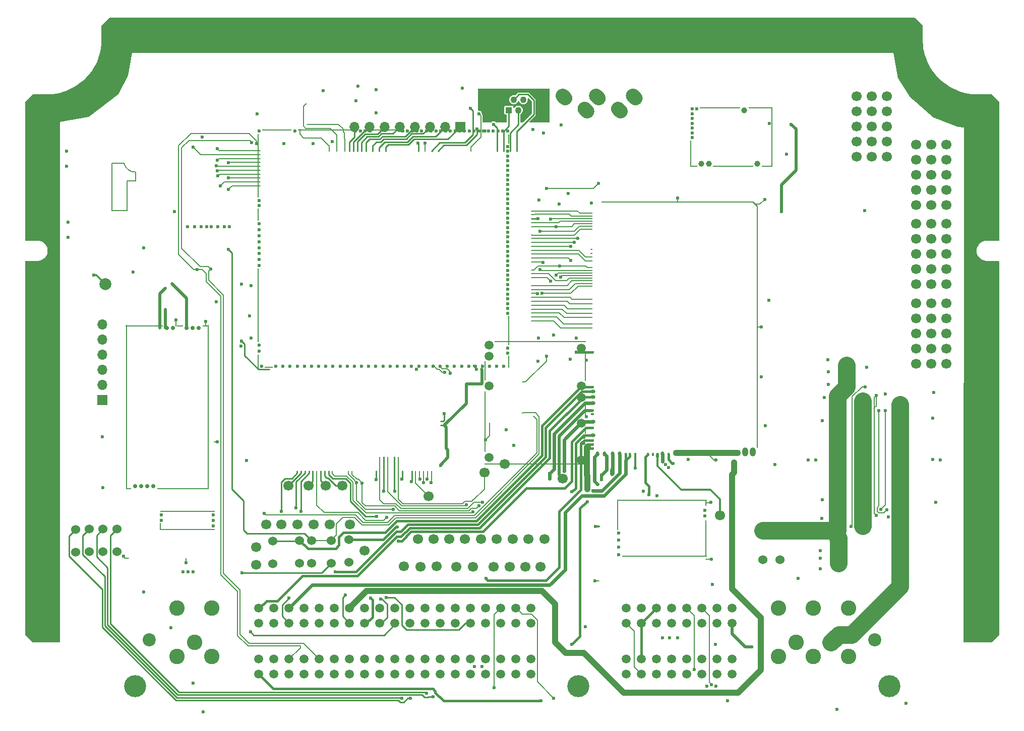
<source format=gbl>
G04 #@! TF.GenerationSoftware,KiCad,Pcbnew,8.0.8*
G04 #@! TF.CreationDate,2025-12-13T23:59:38-05:00*
G04 #@! TF.ProjectId,hellen121vag,68656c6c-656e-4313-9231-7661672e6b69,d*
G04 #@! TF.SameCoordinates,PX2b953a0PY6943058*
G04 #@! TF.FileFunction,Copper,L4,Bot*
G04 #@! TF.FilePolarity,Positive*
%FSLAX46Y46*%
G04 Gerber Fmt 4.6, Leading zero omitted, Abs format (unit mm)*
G04 Created by KiCad (PCBNEW 8.0.8) date 2025-12-13 23:59:38*
%MOMM*%
%LPD*%
G01*
G04 APERTURE LIST*
G04 #@! TA.AperFunction,EtchedComponent*
%ADD10C,0.200000*%
G04 #@! TD*
G04 #@! TA.AperFunction,SMDPad,CuDef*
%ADD11R,0.200000X4.400000*%
G04 #@! TD*
G04 #@! TA.AperFunction,SMDPad,CuDef*
%ADD12R,1.200000X0.200000*%
G04 #@! TD*
G04 #@! TA.AperFunction,SMDPad,CuDef*
%ADD13R,6.800000X0.200000*%
G04 #@! TD*
G04 #@! TA.AperFunction,SMDPad,CuDef*
%ADD14R,4.000000X0.200000*%
G04 #@! TD*
G04 #@! TA.AperFunction,SMDPad,CuDef*
%ADD15R,1.800000X0.200000*%
G04 #@! TD*
G04 #@! TA.AperFunction,SMDPad,CuDef*
%ADD16R,0.200000X10.000000*%
G04 #@! TD*
G04 #@! TA.AperFunction,ComponentPad*
%ADD17C,0.600000*%
G04 #@! TD*
G04 #@! TA.AperFunction,ComponentPad*
%ADD18C,1.000000*%
G04 #@! TD*
G04 #@! TA.AperFunction,SMDPad,CuDef*
%ADD19R,15.100000X0.250000*%
G04 #@! TD*
G04 #@! TA.AperFunction,SMDPad,CuDef*
%ADD20R,14.275000X0.250000*%
G04 #@! TD*
G04 #@! TA.AperFunction,SMDPad,CuDef*
%ADD21R,0.250000X5.175000*%
G04 #@! TD*
G04 #@! TA.AperFunction,SMDPad,CuDef*
%ADD22R,0.250000X1.115000*%
G04 #@! TD*
G04 #@! TA.AperFunction,SMDPad,CuDef*
%ADD23R,0.250000X6.185000*%
G04 #@! TD*
G04 #@! TA.AperFunction,ComponentPad*
%ADD24C,0.700000*%
G04 #@! TD*
G04 #@! TA.AperFunction,SMDPad,CuDef*
%ADD25R,8.750000X0.250000*%
G04 #@! TD*
G04 #@! TA.AperFunction,SMDPad,CuDef*
%ADD26R,6.300000X0.250000*%
G04 #@! TD*
G04 #@! TA.AperFunction,SMDPad,CuDef*
%ADD27R,0.980000X0.250000*%
G04 #@! TD*
G04 #@! TA.AperFunction,SMDPad,CuDef*
%ADD28R,0.250000X27.600000*%
G04 #@! TD*
G04 #@! TA.AperFunction,SMDPad,CuDef*
%ADD29R,0.950000X0.250000*%
G04 #@! TD*
G04 #@! TA.AperFunction,SMDPad,CuDef*
%ADD30R,1.100000X0.250000*%
G04 #@! TD*
G04 #@! TA.AperFunction,ComponentPad*
%ADD31C,1.500000*%
G04 #@! TD*
G04 #@! TA.AperFunction,SMDPad,CuDef*
%ADD32O,17.000000X0.200000*%
G04 #@! TD*
G04 #@! TA.AperFunction,SMDPad,CuDef*
%ADD33O,0.200000X1.500000*%
G04 #@! TD*
G04 #@! TA.AperFunction,SMDPad,CuDef*
%ADD34O,0.200000X0.300000*%
G04 #@! TD*
G04 #@! TA.AperFunction,SMDPad,CuDef*
%ADD35O,0.200000X3.300000*%
G04 #@! TD*
G04 #@! TA.AperFunction,SMDPad,CuDef*
%ADD36O,15.400000X0.200000*%
G04 #@! TD*
G04 #@! TA.AperFunction,SMDPad,CuDef*
%ADD37O,0.200000X2.600000*%
G04 #@! TD*
G04 #@! TA.AperFunction,SMDPad,CuDef*
%ADD38O,0.200000X4.800000*%
G04 #@! TD*
G04 #@! TA.AperFunction,SMDPad,CuDef*
%ADD39O,0.200000X1.000000*%
G04 #@! TD*
G04 #@! TA.AperFunction,SMDPad,CuDef*
%ADD40O,0.200000X10.200000*%
G04 #@! TD*
G04 #@! TA.AperFunction,SMDPad,CuDef*
%ADD41O,9.300000X0.200000*%
G04 #@! TD*
G04 #@! TA.AperFunction,SMDPad,CuDef*
%ADD42O,0.200000X1.225000*%
G04 #@! TD*
G04 #@! TA.AperFunction,SMDPad,CuDef*
%ADD43R,5.000000X0.200000*%
G04 #@! TD*
G04 #@! TA.AperFunction,SMDPad,CuDef*
%ADD44R,1.400000X0.200000*%
G04 #@! TD*
G04 #@! TA.AperFunction,SMDPad,CuDef*
%ADD45R,0.200000X2.299999*%
G04 #@! TD*
G04 #@! TA.AperFunction,SMDPad,CuDef*
%ADD46R,0.200000X1.600000*%
G04 #@! TD*
G04 #@! TA.AperFunction,SMDPad,CuDef*
%ADD47R,9.200000X0.200000*%
G04 #@! TD*
G04 #@! TA.AperFunction,SMDPad,CuDef*
%ADD48R,0.200000X4.900000*%
G04 #@! TD*
G04 #@! TA.AperFunction,SMDPad,CuDef*
%ADD49R,0.200000X12.399996*%
G04 #@! TD*
G04 #@! TA.AperFunction,SMDPad,CuDef*
%ADD50R,0.200000X2.000000*%
G04 #@! TD*
G04 #@! TA.AperFunction,SMDPad,CuDef*
%ADD51R,0.200000X10.700000*%
G04 #@! TD*
G04 #@! TA.AperFunction,SMDPad,CuDef*
%ADD52R,0.200000X2.100000*%
G04 #@! TD*
G04 #@! TA.AperFunction,SMDPad,CuDef*
%ADD53R,4.500000X0.200000*%
G04 #@! TD*
G04 #@! TA.AperFunction,ComponentPad*
%ADD54C,2.600000*%
G04 #@! TD*
G04 #@! TA.AperFunction,ComponentPad*
%ADD55C,3.700000*%
G04 #@! TD*
G04 #@! TA.AperFunction,ComponentPad*
%ADD56C,2.200000*%
G04 #@! TD*
G04 #@! TA.AperFunction,ComponentPad*
%ADD57C,1.700000*%
G04 #@! TD*
G04 #@! TA.AperFunction,ComponentPad*
%ADD58C,0.599999*%
G04 #@! TD*
G04 #@! TA.AperFunction,SMDPad,CuDef*
%ADD59O,0.399999X0.200000*%
G04 #@! TD*
G04 #@! TA.AperFunction,SMDPad,CuDef*
%ADD60O,0.599999X0.399999*%
G04 #@! TD*
G04 #@! TA.AperFunction,SMDPad,CuDef*
%ADD61O,0.800001X0.599999*%
G04 #@! TD*
G04 #@! TA.AperFunction,SMDPad,CuDef*
%ADD62O,0.599999X0.800001*%
G04 #@! TD*
G04 #@! TA.AperFunction,SMDPad,CuDef*
%ADD63O,0.399999X0.599999*%
G04 #@! TD*
G04 #@! TA.AperFunction,SMDPad,CuDef*
%ADD64O,11.400000X1.100000*%
G04 #@! TD*
G04 #@! TA.AperFunction,SMDPad,CuDef*
%ADD65O,1.000001X1.500000*%
G04 #@! TD*
G04 #@! TA.AperFunction,SMDPad,CuDef*
%ADD66O,0.200000X40.800000*%
G04 #@! TD*
G04 #@! TA.AperFunction,SMDPad,CuDef*
%ADD67O,25.600000X0.200000*%
G04 #@! TD*
G04 #@! TA.AperFunction,ComponentPad*
%ADD68C,1.524000*%
G04 #@! TD*
G04 #@! TA.AperFunction,ComponentPad*
%ADD69O,1.700000X1.700000*%
G04 #@! TD*
G04 #@! TA.AperFunction,ComponentPad*
%ADD70R,1.700000X1.700000*%
G04 #@! TD*
G04 #@! TA.AperFunction,ComponentPad*
%ADD71O,1.100000X2.400000*%
G04 #@! TD*
G04 #@! TA.AperFunction,ComponentPad*
%ADD72C,1.100000*%
G04 #@! TD*
G04 #@! TA.AperFunction,ComponentPad*
%ADD73R,1.100000X1.100000*%
G04 #@! TD*
G04 #@! TA.AperFunction,SMDPad,CuDef*
%ADD74C,2.000000*%
G04 #@! TD*
G04 #@! TA.AperFunction,ViaPad*
%ADD75C,0.600000*%
G04 #@! TD*
G04 #@! TA.AperFunction,ViaPad*
%ADD76C,2.000000*%
G04 #@! TD*
G04 #@! TA.AperFunction,ViaPad*
%ADD77C,0.800000*%
G04 #@! TD*
G04 #@! TA.AperFunction,Conductor*
%ADD78C,0.500000*%
G04 #@! TD*
G04 #@! TA.AperFunction,Conductor*
%ADD79C,0.400000*%
G04 #@! TD*
G04 #@! TA.AperFunction,Conductor*
%ADD80C,0.250000*%
G04 #@! TD*
G04 #@! TA.AperFunction,Conductor*
%ADD81C,0.200000*%
G04 #@! TD*
G04 #@! TA.AperFunction,Conductor*
%ADD82C,0.254000*%
G04 #@! TD*
G04 #@! TA.AperFunction,Conductor*
%ADD83C,0.300000*%
G04 #@! TD*
G04 #@! TA.AperFunction,Conductor*
%ADD84C,0.600000*%
G04 #@! TD*
G04 #@! TA.AperFunction,Conductor*
%ADD85C,1.000000*%
G04 #@! TD*
G04 #@! TA.AperFunction,Conductor*
%ADD86C,3.000000*%
G04 #@! TD*
G04 APERTURE END LIST*
D10*
G04 #@! TO.C,G\u002A\u002A\u002A*
X14800000Y93375000D02*
X16800000Y93375000D01*
X14800000Y85375000D02*
X14800000Y93375000D01*
X17300000Y90375000D02*
X17300000Y85375000D01*
X17300000Y85375000D02*
X14800000Y85375000D01*
X18800000Y90375000D02*
X17300000Y90375000D01*
X18800000Y90375000D02*
X18800000Y91875000D01*
X18800000Y91875000D02*
G75*
G02*
X16800000Y93375000I-78399J1978801D01*
G01*
G04 #@! TD*
D11*
G04 #@! TO.P,M1,G,GND*
G04 #@! TO.N,unconnected-(M1-GND-PadG)*
X112000000Y94975000D03*
D12*
X112500000Y92875000D03*
D13*
X116900000Y102675000D03*
X119100000Y92875000D03*
D14*
X123700000Y102675000D03*
D15*
X124800000Y92875000D03*
D16*
X125600000Y97775000D03*
D17*
G04 #@! TO.P,M1,N1,MOSI*
G04 #@! TO.N,unconnected-(M1-MOSI-PadN1)*
X113000000Y102475000D03*
D18*
G04 #@! TO.P,M1,N2,12V_IN*
G04 #@! TO.N,unconnected-(M1-12V_IN-PadN2)*
X121000000Y102275000D03*
G04 #@! TO.P,M1,S1,12V_IN*
G04 #@! TO.N,unconnected-(M1-12V_IN-PadS1)*
X113800000Y93275000D03*
G04 #@! TO.P,M1,S2,OUT-*
G04 #@! TO.N,unconnected-(M1-OUT--PadS2)*
X115000000Y93275000D03*
G04 #@! TO.P,M1,S3,OUT+*
G04 #@! TO.N,unconnected-(M1-OUT+-PadS3)*
X123200000Y93275000D03*
D17*
G04 #@! TO.P,M1,W1,DIS*
G04 #@! TO.N,unconnected-(M1-DIS-PadW1)*
X112200000Y102475000D03*
G04 #@! TO.P,M1,W2,PWM*
G04 #@! TO.N,unconnected-(M1-PWM-PadW2)*
X112200000Y101675000D03*
G04 #@! TO.P,M1,W3,SCLK*
G04 #@! TO.N,unconnected-(M1-SCLK-PadW3)*
X112200000Y100875000D03*
G04 #@! TO.P,M1,W4,DIR*
G04 #@! TO.N,unconnected-(M1-DIR-PadW4)*
X112200000Y100075000D03*
G04 #@! TO.P,M1,W5,3V3_IN*
G04 #@! TO.N,unconnected-(M1-3V3_IN-PadW5)*
X112200000Y99275000D03*
G04 #@! TO.P,M1,W6,MISO*
G04 #@! TO.N,unconnected-(M1-MISO-PadW6)*
X112200000Y98475000D03*
G04 #@! TO.P,M1,W7,~CS*
G04 #@! TO.N,unconnected-(M1-~CS-PadW7)*
X112200000Y97675000D03*
G04 #@! TD*
G04 #@! TO.P,M11,E1,Thresh_IN*
G04 #@! TO.N,/THRESHOLD_VR*
X99909400Y30011600D03*
G04 #@! TO.P,M11,E2,OUT_A*
G04 #@! TO.N,/VR_ANALOG*
X99909400Y31211600D03*
G04 #@! TO.P,M11,E3,OUT*
G04 #@! TO.N,/IN_CRANK*
X99909400Y28811600D03*
G04 #@! TO.P,M11,E4,V5_IN*
G04 #@! TO.N,+5V*
X99909400Y27611600D03*
D19*
G04 #@! TO.P,M11,G,GND*
G04 #@! TO.N,GND*
X107134400Y36761600D03*
D20*
X107546900Y27311600D03*
D21*
X99709400Y34299100D03*
D22*
X114559400Y36329100D03*
D23*
X114559400Y30279100D03*
D17*
G04 #@! TO.P,M11,W1,VR-*
G04 #@! TO.N,/IN_CRANK-*
X114334400Y34071600D03*
G04 #@! TO.P,M11,W2,VR+*
G04 #@! TO.N,/IN_CRANK+*
X114334400Y35071600D03*
G04 #@! TD*
D24*
G04 #@! TO.P,M9,E1,LSU_Un*
G04 #@! TO.N,/LSU_SENSOR_U*
X18695000Y39055000D03*
G04 #@! TO.P,M9,E2,LSU_Vm*
G04 #@! TO.N,/LSU_SENSOR_U{slash}PUMP_I*
X21695000Y39055000D03*
G04 #@! TO.P,M9,E3,LSU_Ip*
G04 #@! TO.N,/LSU_PUMP_I*
X20695000Y39055000D03*
G04 #@! TO.P,M9,E4,LSU_Rtrim*
G04 #@! TO.N,/LSU_CALIBR_RES*
X19695000Y39055000D03*
D25*
G04 #@! TO.P,M9,G,GND*
G04 #@! TO.N,GND*
X26720000Y38680000D03*
D26*
X20245000Y66030000D03*
D27*
X26205000Y66030000D03*
D28*
X17220000Y52355000D03*
D29*
X17570000Y38680000D03*
D30*
X30545000Y66030000D03*
D28*
X30970000Y52355000D03*
D24*
G04 #@! TO.P,M9,W1,V5_IN*
G04 #@! TO.N,+5V*
X28345000Y65646200D03*
G04 #@! TO.P,M9,W2,CAN_VIO*
G04 #@! TO.N,unconnected-(M9-CAN_VIO-PadW2)*
X27345000Y65646200D03*
G04 #@! TO.P,M9,W3,CANL*
G04 #@! TO.N,/CAN-*
X24049000Y65646200D03*
G04 #@! TO.P,M9,W4,CANH*
G04 #@! TO.N,/CAN+*
X25065000Y65646200D03*
G04 #@! TO.P,M9,W9,VDDA*
G04 #@! TO.N,unconnected-(M9-VDDA-PadW9)*
X29345000Y65646200D03*
G04 #@! TD*
D31*
G04 #@! TO.P,M8,E1,VBAT*
G04 #@! TO.N,/VBAT*
X93615981Y62312109D03*
G04 #@! TO.P,M8,E2,V12*
G04 #@! TO.N,+12V*
X93615981Y55912112D03*
G04 #@! TO.P,M8,E3,VIGN*
G04 #@! TO.N,/VIGN*
X93615981Y54012109D03*
G04 #@! TO.P,M8,E4,V5*
G04 #@! TO.N,+5V*
X93615981Y49712109D03*
D17*
G04 #@! TO.P,M8,E5,EN_5VP*
G04 #@! TO.N,+12V_PROT*
X94065980Y47312112D03*
G04 #@! TO.P,M8,E6,PG_5VP*
G04 #@! TO.N,unconnected-(M8-PG_5VP-PadE6)*
X94065980Y46312111D03*
D32*
G04 #@! TO.P,M8,S1,GND*
G04 #@! TO.N,GND*
X85865983Y42812109D03*
D33*
X94265982Y45012111D03*
D34*
X94265982Y63362109D03*
X77465985Y42862109D03*
D35*
X77465985Y58462109D03*
D36*
X86665984Y63412109D03*
D37*
X94265982Y51812109D03*
D38*
X94265982Y59162111D03*
D39*
X94265982Y48312112D03*
D40*
X77465985Y49962111D03*
D31*
X93615981Y43462109D03*
G04 #@! TO.P,M8,V1,V12_PERM*
G04 #@! TO.N,/V12_PERM*
X78115984Y62762111D03*
G04 #@! TO.P,M8,V2,IN_VIGN*
G04 #@! TO.N,/IN_VIGN*
X78115984Y60912112D03*
G04 #@! TO.P,M8,V3,V12_RAW*
G04 #@! TO.N,+12V_RAW*
X78115984Y55962109D03*
G04 #@! TO.P,M8,V4,5VP*
G04 #@! TO.N,+5VP*
X78115984Y43912111D03*
G04 #@! TD*
D17*
G04 #@! TO.P,M5,E1,V5A*
G04 #@! TO.N,+5VA*
X31800000Y34274998D03*
D41*
G04 #@! TO.P,M5,E2,GND*
G04 #@! TO.N,GND*
X27450000Y31774998D03*
D17*
X31800000Y33324998D03*
D42*
X22900000Y32299998D03*
D41*
X27450000Y34874998D03*
D17*
G04 #@! TO.P,M5,E3,OUT_KNOCK*
G04 #@! TO.N,/IN_KNOCK1*
X31800000Y32375000D03*
G04 #@! TO.P,M5,W1,IN_KNOCK*
G04 #@! TO.N,/IN_KNOCK1_RAW*
X23100000Y33374998D03*
G04 #@! TO.P,M5,W2,VREF*
G04 #@! TO.N,/VREF2*
X23100000Y34274998D03*
G04 #@! TD*
G04 #@! TO.P,M3,E1,SPI2_SCK*
G04 #@! TO.N,unconnected-(M3-SPI2_SCK-PadE1)*
X81212501Y96171374D03*
G04 #@! TO.P,M3,E2,SPI2_MISO*
G04 #@! TO.N,unconnected-(M3-SPI2_MISO-PadE2)*
X81212501Y95371373D03*
G04 #@! TO.P,M3,E3,SPI2_MOSI*
G04 #@! TO.N,unconnected-(M3-SPI2_MOSI-PadE3)*
X81212501Y94571375D03*
G04 #@! TO.P,M3,E4,SPI2_CS*
G04 #@! TO.N,unconnected-(M3-SPI2_CS-PadE4)*
X81212501Y93771374D03*
G04 #@! TO.P,M3,E6,OUT_IO3*
G04 #@! TO.N,/MAIN_RELAY*
X81212501Y92971373D03*
G04 #@! TO.P,M3,E7,OUT_IO5*
G04 #@! TO.N,/OUT1*
X81212499Y92171374D03*
G04 #@! TO.P,M3,E8,OUT_IO1*
G04 #@! TO.N,/FUEL_PUMP_RELAY*
X81212499Y91371374D03*
G04 #@! TO.P,M3,E9,OUT_IO6*
G04 #@! TO.N,/OUT2*
X81212501Y90571370D03*
G04 #@! TO.P,M3,E10,OUT_IO10*
G04 #@! TO.N,/VVT1_1*
X81212501Y89771374D03*
G04 #@! TO.P,M3,E11,OUT_IO9*
G04 #@! TO.N,unconnected-(M3-OUT_IO9-PadE11)*
X81212501Y88971373D03*
G04 #@! TO.P,M3,E12,OUT_IO2*
G04 #@! TO.N,/WASTEGATE*
X81212501Y88171372D03*
G04 #@! TO.P,M3,E13,OUT_IO12*
G04 #@! TO.N,/ETB_EN*
X81212499Y87371374D03*
G04 #@! TO.P,M3,E14,OUT_PWM5*
G04 #@! TO.N,/VVT2_B1*
X81212499Y86571373D03*
G04 #@! TO.P,M3,E15,OUT_PWM4*
G04 #@! TO.N,/VVT2_B2*
X81212499Y85771372D03*
G04 #@! TO.P,M3,E16,OUT_PWM3*
G04 #@! TO.N,/-ETB*
X81212501Y84971374D03*
G04 #@! TO.P,M3,E17,OUT_PWM2*
G04 #@! TO.N,/+ETB*
X81212501Y84171373D03*
G04 #@! TO.P,M3,E18,OUT_INJ2*
G04 #@! TO.N,/INJ2*
X81212501Y83371374D03*
G04 #@! TO.P,M3,E19,OUT_INJ1*
G04 #@! TO.N,/INJ1*
X81212499Y82571373D03*
G04 #@! TO.P,M3,E20,OUT_IO13*
G04 #@! TO.N,unconnected-(M3-OUT_IO13-PadE20)*
X81212499Y81771372D03*
G04 #@! TO.P,M3,E21,OUT_IO4*
G04 #@! TO.N,/IDLE*
X81212501Y80971374D03*
G04 #@! TO.P,M3,E22,OUT_IO8*
G04 #@! TO.N,/CHECK_ENGINE*
X81212501Y80171373D03*
G04 #@! TO.P,M3,E23,OUT_IO7*
G04 #@! TO.N,/VVT1_2*
X81212501Y79371372D03*
G04 #@! TO.P,M3,E24,OUT_IO11*
G04 #@! TO.N,unconnected-(M3-OUT_IO11-PadE24)*
X81212501Y78571374D03*
G04 #@! TO.P,M3,E25,OUT_PWM7*
G04 #@! TO.N,/FUEL_CONSUM*
X81212501Y77771373D03*
G04 #@! TO.P,M3,E26,OUT_PWM6*
G04 #@! TO.N,/THRESHOLD_VR*
X81212501Y76971374D03*
G04 #@! TO.P,M3,E27,OUT_PWM1*
G04 #@! TO.N,/TACH*
X81212501Y76171373D03*
G04 #@! TO.P,M3,E28,OUT_PWM8*
G04 #@! TO.N,/OUT3*
X81212501Y75371373D03*
G04 #@! TO.P,M3,E29,OUT_INJ3*
G04 #@! TO.N,/INJ3*
X81212501Y74571374D03*
G04 #@! TO.P,M3,E30,OUT_INJ4*
G04 #@! TO.N,/INJ4*
X81212501Y73771373D03*
G04 #@! TO.P,M3,E31,OUT_INJ5*
G04 #@! TO.N,/INJ5*
X81212499Y72971375D03*
G04 #@! TO.P,M3,E32,OUT_INJ6*
G04 #@! TO.N,/INJ6*
X81212501Y72171371D03*
G04 #@! TO.P,M3,E33,OUT_INJ7*
G04 #@! TO.N,/INJ7*
X81212501Y71371373D03*
G04 #@! TO.P,M3,E34,OUT_INJ8*
G04 #@! TO.N,/INJ8*
X81212501Y70571374D03*
G04 #@! TO.P,M3,E35,IO6*
G04 #@! TO.N,unconnected-(M3-IO6-PadE35)*
X81212501Y69771374D03*
G04 #@! TO.P,M3,E36,IO8*
G04 #@! TO.N,unconnected-(M3-IO8-PadE36)*
X81212501Y68971373D03*
G04 #@! TO.P,M3,E37,IO7*
G04 #@! TO.N,unconnected-(M3-IO7-PadE37)*
X81212501Y68171372D03*
G04 #@! TO.P,M3,E38,V5A*
G04 #@! TO.N,unconnected-(M3-V5A-PadE38)*
X81212499Y62271378D03*
G04 #@! TO.P,M3,E39,GNDA*
G04 #@! TO.N,unconnected-(M3-GNDA-PadE39)*
X81212501Y61471377D03*
D43*
G04 #@! TO.P,M3,G,GND*
G04 #@! TO.N,GND*
X42512501Y98971376D03*
D44*
X41112506Y59071375D03*
D45*
X39312499Y60121379D03*
D46*
X81412501Y97471377D03*
D47*
X50612501Y98971376D03*
D48*
X81412501Y65221375D03*
D49*
X39312499Y69471377D03*
D50*
X81412501Y59971381D03*
D51*
X39312499Y92921376D03*
D52*
X39312499Y84721377D03*
D53*
X60862507Y98971376D03*
D17*
G04 #@! TO.P,M3,N1,USBID*
G04 #@! TO.N,unconnected-(M3-USBID-PadN1)*
X81212501Y98771377D03*
G04 #@! TO.P,M3,N2,USBM*
G04 #@! TO.N,/USBM*
X80412503Y98771379D03*
G04 #@! TO.P,M3,N3,USBP*
G04 #@! TO.N,/USBP*
X79612501Y98771379D03*
G04 #@! TO.P,M3,N4,VBUS*
G04 #@! TO.N,/VBUS*
X78812504Y98771377D03*
G04 #@! TO.P,M3,N5,BOOT0*
G04 #@! TO.N,unconnected-(M3-BOOT0-PadN5)*
X78012503Y98771377D03*
G04 #@! TO.P,M3,N6,SWO*
G04 #@! TO.N,unconnected-(M3-SWO-PadN6)*
X77212501Y98771377D03*
G04 #@! TO.P,M3,N7,SWDIO*
G04 #@! TO.N,unconnected-(M3-SWDIO-PadN7)*
X76412504Y98771377D03*
G04 #@! TO.P,M3,N8,SWCLK*
G04 #@! TO.N,unconnected-(M3-SWCLK-PadN8)*
X75612503Y98771379D03*
G04 #@! TO.P,M3,N9,nReset*
G04 #@! TO.N,unconnected-(M3-nReset-PadN9)*
X74812504Y98771377D03*
G04 #@! TO.P,M3,N10,SPI3_CS*
G04 #@! TO.N,/SPI3_CS*
X74012503Y98771377D03*
G04 #@! TO.P,M3,N11,SPI3_SCK*
G04 #@! TO.N,/SPI3_SCK*
X73212501Y98771377D03*
G04 #@! TO.P,M3,N12,SPI3_MISO*
G04 #@! TO.N,/SPI3_MISO*
X72412501Y98771377D03*
G04 #@! TO.P,M3,N13,SPI3_MOSI*
G04 #@! TO.N,/SPI3_MOSI*
X71612503Y98771377D03*
G04 #@! TO.P,M3,N14,I2C_SCL*
G04 #@! TO.N,unconnected-(M3-I2C_SCL-PadN14)*
X70812501Y98771377D03*
G04 #@! TO.P,M3,N15,I2C_SDA*
G04 #@! TO.N,unconnected-(M3-I2C_SDA-PadN15)*
X70012501Y98771379D03*
G04 #@! TO.P,M3,N16,IO1*
G04 #@! TO.N,unconnected-(M3-IO1-PadN16)*
X69212501Y98771379D03*
G04 #@! TO.P,M3,N17,UART2_TX*
G04 #@! TO.N,/TX2*
X68412501Y98771377D03*
G04 #@! TO.P,M3,N18,UART2_RX*
G04 #@! TO.N,/RX2*
X67612501Y98771377D03*
G04 #@! TO.P,M3,N19,IO2*
G04 #@! TO.N,unconnected-(M3-IO2-PadN19)*
X66812501Y98771377D03*
G04 #@! TO.P,M3,N20,IO4*
G04 #@! TO.N,unconnected-(M3-IO4-PadN20)*
X66012501Y98771377D03*
G04 #@! TO.P,M3,N21,IO3*
G04 #@! TO.N,unconnected-(M3-IO3-PadN21)*
X65212503Y98771379D03*
G04 #@! TO.P,M3,N22,V33*
G04 #@! TO.N,unconnected-(M3-V33-PadN22)*
X64412501Y98771377D03*
G04 #@! TO.P,M3,N23,IO5*
G04 #@! TO.N,unconnected-(M3-IO5-PadN23)*
X63612501Y98771377D03*
G04 #@! TO.P,M3,N24,UART8_RX*
G04 #@! TO.N,/RX1*
X58112501Y98771377D03*
G04 #@! TO.P,M3,N25,UART8_TX*
G04 #@! TO.N,/TX1*
X57312501Y98771377D03*
G04 #@! TO.P,M3,N26,IN_VIGN*
G04 #@! TO.N,/VIGN*
X56512503Y98771377D03*
G04 #@! TO.P,M3,N27,VBAT*
G04 #@! TO.N,/VBAT*
X55712504Y98771377D03*
G04 #@! TO.P,M3,N28,VCC*
G04 #@! TO.N,+5V*
X45512504Y98771377D03*
G04 #@! TO.P,M3,N29,V33*
G04 #@! TO.N,+3V3*
X39512501Y98771377D03*
G04 #@! TO.P,M3,S1,IN_D4*
G04 #@! TO.N,/IN_D4*
X80612501Y59271372D03*
G04 #@! TO.P,M3,S2,IN_D3*
G04 #@! TO.N,/IN_D3*
X79412501Y59271374D03*
G04 #@! TO.P,M3,S3,IN_D2*
G04 #@! TO.N,/IN_D2*
X78212503Y59271374D03*
G04 #@! TO.P,M3,S4,IN_D1*
G04 #@! TO.N,/IN_D1*
X77012501Y59271372D03*
G04 #@! TO.P,M3,S5,VREF2*
G04 #@! TO.N,unconnected-(M3-VREF2-PadS5)*
X75812501Y59271374D03*
G04 #@! TO.P,M3,S6,IN_SENS4*
G04 #@! TO.N,unconnected-(M3-IN_SENS4-PadS6)*
X74712515Y59271374D03*
G04 #@! TO.P,M3,S7,IN_SENS3*
G04 #@! TO.N,unconnected-(M3-IN_SENS3-PadS7)*
X73512514Y59271374D03*
G04 #@! TO.P,M3,S8,IN_SENS2*
G04 #@! TO.N,unconnected-(M3-IN_SENS2-PadS8)*
X72312517Y59271372D03*
G04 #@! TO.P,M3,S9,IN_SENS1*
G04 #@! TO.N,/VR_ANALOG*
X71112517Y59271374D03*
G04 #@! TO.P,M3,S10,IN_AUX4*
G04 #@! TO.N,/IN_CAM2*
X69912514Y59271374D03*
G04 #@! TO.P,M3,S11,IN_AUX3*
G04 #@! TO.N,/IN_A3*
X68712511Y59271372D03*
G04 #@! TO.P,M3,S12,IN_AUX2*
G04 #@! TO.N,/IN_PPS2*
X67512514Y59271374D03*
G04 #@! TO.P,M3,S13,IN_AUX1*
G04 #@! TO.N,/IN_TPS2*
X66312516Y59271374D03*
G04 #@! TO.P,M3,S14,IN_RES2*
G04 #@! TO.N,/IN_RES2*
X65112508Y59271374D03*
G04 #@! TO.P,M3,S15,IN_O2S2*
G04 #@! TO.N,/IN_A1*
X63912508Y59271374D03*
G04 #@! TO.P,M3,S16,IN_O2S*
G04 #@! TO.N,/IN_AFR*
X62712511Y59271374D03*
G04 #@! TO.P,M3,S17,IN_RES1*
G04 #@! TO.N,/IN_RES1*
X61512511Y59271374D03*
G04 #@! TO.P,M3,S18,IN_RES3*
G04 #@! TO.N,/IN_A4*
X60312505Y59271374D03*
G04 #@! TO.P,M3,S19,IN_MAP3*
G04 #@! TO.N,/IN_A2*
X59112505Y59271374D03*
G04 #@! TO.P,M3,S20,IN_MAP2*
G04 #@! TO.N,/IN_MAP2*
X57912508Y59271372D03*
G04 #@! TO.P,M3,S21,IN_MAP1*
G04 #@! TO.N,/IN_MAF*
X56712507Y59271374D03*
G04 #@! TO.P,M3,S22,IN_CRANK*
G04 #@! TO.N,/IN_CRANK*
X55512505Y59271372D03*
G04 #@! TO.P,M3,S23,IN_KNOCK*
G04 #@! TO.N,/IN_KNOCK1*
X54312505Y59271374D03*
G04 #@! TO.P,M3,S24,IN_CAM*
G04 #@! TO.N,/IN_CAM1*
X53112510Y59271374D03*
G04 #@! TO.P,M3,S25,IN_VSS*
G04 #@! TO.N,/IN_VSS*
X51912507Y59271372D03*
G04 #@! TO.P,M3,S26,IN_IAT*
G04 #@! TO.N,/IN_IAT*
X50712501Y59271374D03*
G04 #@! TO.P,M3,S27,IN_AT1*
G04 #@! TO.N,unconnected-(M3-IN_AT1-PadS27)*
X49512501Y59271372D03*
G04 #@! TO.P,M3,S28,IN_CLT*
G04 #@! TO.N,/IN_CLT*
X48312504Y59271374D03*
G04 #@! TO.P,M3,S29,IN_AT2*
G04 #@! TO.N,unconnected-(M3-IN_AT2-PadS29)*
X47112504Y59271374D03*
G04 #@! TO.P,M3,S30,IN_TPS*
G04 #@! TO.N,/IN_TPS1*
X45912499Y59271374D03*
G04 #@! TO.P,M3,S31,IN_PPS*
G04 #@! TO.N,/IN_PPS1*
X44712498Y59271374D03*
G04 #@! TO.P,M3,S32,IN_TPS2*
G04 #@! TO.N,unconnected-(M3-IN_TPS2-PadS32)*
X43512501Y59271374D03*
G04 #@! TO.P,M3,S33,IN_PPS2*
G04 #@! TO.N,unconnected-(M3-IN_PPS2-PadS33)*
X42312501Y59271374D03*
G04 #@! TO.P,M3,S35,VREF1*
G04 #@! TO.N,unconnected-(M3-VREF1-PadS35)*
X39912501Y59271374D03*
G04 #@! TO.P,M3,W,GNDA*
G04 #@! TO.N,GNDA*
X39512499Y61771377D03*
G04 #@! TO.P,M3,W0,V5A*
G04 #@! TO.N,+5VA*
X39512499Y62771377D03*
G04 #@! TO.P,M3,W1,IGN8*
G04 #@! TO.N,/IGN8*
X39512501Y76171376D03*
G04 #@! TO.P,M3,W2,IGN7*
G04 #@! TO.N,/IGN7*
X39512501Y77171377D03*
G04 #@! TO.P,M3,W3,IGN6*
G04 #@! TO.N,/IGN6*
X39512501Y78171375D03*
G04 #@! TO.P,M3,W4,IGN5*
G04 #@! TO.N,/IGN5*
X39512501Y79171375D03*
G04 #@! TO.P,M3,W5,IGN4*
G04 #@! TO.N,/IGN4*
X39512501Y80171376D03*
G04 #@! TO.P,M3,W6,IGN3*
G04 #@! TO.N,/IGN3*
X39512501Y81171374D03*
G04 #@! TO.P,M3,W7,IGN2*
G04 #@! TO.N,/IGN2*
X39512501Y82171374D03*
G04 #@! TO.P,M3,W8,IGN1*
G04 #@! TO.N,/IGN1*
X39512501Y83171372D03*
G04 #@! TO.P,M3,W9,CANH*
G04 #@! TO.N,/CAN+*
X39512501Y86271376D03*
G04 #@! TO.P,M3,W10,CANL*
G04 #@! TO.N,/CAN-*
X39512501Y87071377D03*
G04 #@! TD*
D54*
G04 #@! TO.P,P1,121,121*
G04 #@! TO.N,Net-(F2-Pad1)*
X138448000Y18622000D03*
G04 #@! TO.P,P1,120,120*
G04 #@! TO.N,/OUT_VVT2_B2*
X132548000Y18622000D03*
G04 #@! TO.P,P1,119,119*
G04 #@! TO.N,unconnected-(P1-Pad119)*
X126748000Y18622000D03*
G04 #@! TO.P,P1,118,118*
G04 #@! TO.N,/-ETB_OUT*
X135548000Y12822000D03*
G04 #@! TO.P,P1,117,117*
G04 #@! TO.N,/+ETB_OUT*
X129648000Y12822000D03*
G04 #@! TO.P,P1,116,116*
G04 #@! TO.N,unconnected-(P1-Pad116)*
X138448000Y10492000D03*
G04 #@! TO.P,P1,115,115*
G04 #@! TO.N,/OUT_VVT1_2*
X132548000Y10492000D03*
G04 #@! TO.P,P1,114,114*
G04 #@! TO.N,unconnected-(P1-Pad114)*
X126748000Y10492000D03*
D31*
G04 #@! TO.P,P1,113,113*
G04 #@! TO.N,/OUT_INJ5*
X118918000Y18622000D03*
G04 #@! TO.P,P1,112,112*
G04 #@! TO.N,/OUT_INJ6*
X116378000Y18622000D03*
G04 #@! TO.P,P1,111,111*
G04 #@! TO.N,/OUT_IGN3*
X113838000Y18622000D03*
G04 #@! TO.P,P1,110,110*
G04 #@! TO.N,/OUT_IGN6*
X111298000Y18622000D03*
G04 #@! TO.P,P1,109,109*
G04 #@! TO.N,unconnected-(P1-Pad109)*
X108758000Y18622000D03*
G04 #@! TO.P,P1,108,108*
G04 #@! TO.N,GNDA*
X106218000Y18622000D03*
G04 #@! TO.P,P1,107,107*
G04 #@! TO.N,unconnected-(P1-Pad107)*
X103678000Y18622000D03*
G04 #@! TO.P,P1,106,106*
G04 #@! TO.N,/IN_KNOCK1_RAW*
X101138000Y18622000D03*
G04 #@! TO.P,P1,105,105*
G04 #@! TO.N,/OUT_IDLE*
X118918000Y16082000D03*
G04 #@! TO.P,P1,104,104*
G04 #@! TO.N,/OUT_WASTEGATE*
X116378000Y16082000D03*
G04 #@! TO.P,P1,103,103*
G04 #@! TO.N,/OUT_IGN5*
X113838000Y16082000D03*
G04 #@! TO.P,P1,102,102*
G04 #@! TO.N,/OUT_IGN1*
X111298000Y16082000D03*
G04 #@! TO.P,P1,101,101*
G04 #@! TO.N,/IN_MAP2*
X108758000Y16082000D03*
G04 #@! TO.P,P1,100,100*
G04 #@! TO.N,unconnected-(P1-Pad100)*
X106218000Y16082000D03*
G04 #@! TO.P,P1,99,99*
G04 #@! TO.N,GNDA*
X103678000Y16082000D03*
G04 #@! TO.P,P1,98,98*
G04 #@! TO.N,+5VP*
X101138000Y16082000D03*
G04 #@! TO.P,P1,97,97*
G04 #@! TO.N,/OUT_INJ3*
X118918000Y10032000D03*
G04 #@! TO.P,P1,96,96*
G04 #@! TO.N,/OUT_INJ1*
X116378000Y10032000D03*
G04 #@! TO.P,P1,95,95*
G04 #@! TO.N,/OUT_IGN8*
X113838000Y10032000D03*
G04 #@! TO.P,P1,94,94*
G04 #@! TO.N,/OUT_IGN4*
X111298000Y10032000D03*
G04 #@! TO.P,P1,93,93*
G04 #@! TO.N,/IN_CLT*
X108758000Y10032000D03*
G04 #@! TO.P,P1,92,92*
G04 #@! TO.N,/IN_TPS1*
X106218000Y10032000D03*
G04 #@! TO.P,P1,91,91*
G04 #@! TO.N,GNDA*
X103678000Y10032000D03*
G04 #@! TO.P,P1,90,90*
G04 #@! TO.N,/IN_CRANK-*
X101138000Y10032000D03*
G04 #@! TO.P,P1,89,89*
G04 #@! TO.N,/OUT_INJ2*
X118918000Y7492000D03*
G04 #@! TO.P,P1,88,88*
G04 #@! TO.N,/OUT_INJ4*
X116378000Y7492000D03*
G04 #@! TO.P,P1,87,87*
G04 #@! TO.N,/IN_CAM2*
X113838000Y7492000D03*
G04 #@! TO.P,P1,86,86*
G04 #@! TO.N,/IN_CAM1*
X111298000Y7492000D03*
G04 #@! TO.P,P1,85,85*
G04 #@! TO.N,/IN_IAT*
X108758000Y7492000D03*
G04 #@! TO.P,P1,84,84*
G04 #@! TO.N,/IN_TPS2*
X106218000Y7492000D03*
G04 #@! TO.P,P1,83,83*
G04 #@! TO.N,+5VP*
X103678000Y7492000D03*
G04 #@! TO.P,P1,82,82*
G04 #@! TO.N,/IN_CRANK+*
X101138000Y7492000D03*
G04 #@! TO.P,P1,81,81*
G04 #@! TO.N,/OUT_FUEL_CONSUM*
X39448000Y7492000D03*
G04 #@! TO.P,P1,80,80*
G04 #@! TO.N,Net-(P80-Pin_1)*
X41988000Y7492000D03*
G04 #@! TO.P,P1,79,79*
G04 #@! TO.N,unconnected-(P1-Pad79)*
X44528000Y7492000D03*
G04 #@! TO.P,P1,78,78*
G04 #@! TO.N,unconnected-(P1-Pad78)*
X47068000Y7492000D03*
G04 #@! TO.P,P1,77,77*
G04 #@! TO.N,unconnected-(P1-Pad77)*
X49608000Y7492000D03*
G04 #@! TO.P,P1,76,76*
G04 #@! TO.N,/IN_D4*
X52148000Y7492000D03*
G04 #@! TO.P,P1,75,75*
G04 #@! TO.N,/IN_D3*
X54688000Y7492000D03*
G04 #@! TO.P,P1,74,74*
G04 #@! TO.N,Net-(P74-Pin_1)*
X57228000Y7492000D03*
G04 #@! TO.P,P1,73,73*
G04 #@! TO.N,+5VP*
X59768000Y7492000D03*
G04 #@! TO.P,P1,72,72*
X62308000Y7492000D03*
G04 #@! TO.P,P1,71,71*
G04 #@! TO.N,Net-(P1-Pad71)*
X64848000Y7492000D03*
G04 #@! TO.P,P1,70,70*
G04 #@! TO.N,Net-(P1-Pad70)*
X67388000Y7492000D03*
G04 #@! TO.P,P1,69,69*
G04 #@! TO.N,Net-(P69-Pin_1)*
X69928000Y7492000D03*
G04 #@! TO.P,P1,68,68*
G04 #@! TO.N,Net-(P68-Pin_1)*
X72468000Y7492000D03*
G04 #@! TO.P,P1,67,67*
G04 #@! TO.N,Net-(P67-Pin_1)*
X75008000Y7492000D03*
G04 #@! TO.P,P1,66,66*
G04 #@! TO.N,Net-(P66-Pin_1)*
X77548000Y7492000D03*
G04 #@! TO.P,P1,65,65*
G04 #@! TO.N,/OUT_FUEL_PUMP_RELAY*
X80088000Y7492000D03*
G04 #@! TO.P,P1,64,64*
G04 #@! TO.N,Net-(P64-Pin_1)*
X82628000Y7492000D03*
G04 #@! TO.P,P1,63,63*
G04 #@! TO.N,Net-(P63-Pin_1)*
X85168000Y7492000D03*
G04 #@! TO.P,P1,62,62*
G04 #@! TO.N,/V12_PERM*
X39448000Y10032000D03*
G04 #@! TO.P,P1,61,61*
G04 #@! TO.N,Net-(P61-Pin_1)*
X41988000Y10032000D03*
G04 #@! TO.P,P1,60,60*
G04 #@! TO.N,/CAN+*
X44528000Y10032000D03*
G04 #@! TO.P,P1,59,59*
G04 #@! TO.N,GND*
X47068000Y10032000D03*
G04 #@! TO.P,P1,58,58*
G04 #@! TO.N,/CAN-*
X49608000Y10032000D03*
G04 #@! TO.P,P1,57,57*
G04 #@! TO.N,/IN_D2*
X52148000Y10032000D03*
G04 #@! TO.P,P1,56,56*
G04 #@! TO.N,Net-(P56-Pin_1)*
X54688000Y10032000D03*
G04 #@! TO.P,P1,55,55*
G04 #@! TO.N,/IN_D1*
X57228000Y10032000D03*
G04 #@! TO.P,P1,54,54*
G04 #@! TO.N,/IN_VSS*
X59768000Y10032000D03*
G04 #@! TO.P,P1,53,53*
G04 #@! TO.N,+5VP*
X62308000Y10032000D03*
G04 #@! TO.P,P1,52,52*
G04 #@! TO.N,Net-(P1-Pad52)*
X64848000Y10032000D03*
G04 #@! TO.P,P1,51,51*
G04 #@! TO.N,Net-(P1-Pad51)*
X67388000Y10032000D03*
G04 #@! TO.P,P1,50,50*
G04 #@! TO.N,GNDA*
X69928000Y10032000D03*
G04 #@! TO.P,P1,49,49*
G04 #@! TO.N,Net-(P49-Pin_1)*
X72468000Y10032000D03*
G04 #@! TO.P,P1,48,48*
G04 #@! TO.N,Net-(P48-Pin_1)*
X75008000Y10032000D03*
G04 #@! TO.P,P1,47,47*
G04 #@! TO.N,/OUT_CHECK_ENGINE*
X77548000Y10032000D03*
G04 #@! TO.P,P1,46,46*
G04 #@! TO.N,Net-(P46-Pin_1)*
X80088000Y10032000D03*
G04 #@! TO.P,P1,45,45*
G04 #@! TO.N,Net-(P45-Pin_1)*
X82628000Y10032000D03*
G04 #@! TO.P,P1,44,44*
G04 #@! TO.N,Net-(P44-Pin_1)*
X85168000Y10032000D03*
G04 #@! TO.P,P1,43,43*
G04 #@! TO.N,Net-(P43-Pin_1)*
X39448000Y16082000D03*
G04 #@! TO.P,P1,42,42*
G04 #@! TO.N,unconnected-(P1-Pad42)*
X41988000Y16082000D03*
G04 #@! TO.P,P1,41,41*
G04 #@! TO.N,Net-(P41-Pin_1)*
X44528000Y16082000D03*
G04 #@! TO.P,P1,40,40*
G04 #@! TO.N,Net-(P40-Pin_1)*
X47068000Y16082000D03*
G04 #@! TO.P,P1,39,39*
G04 #@! TO.N,/IN_RES2*
X49608000Y16082000D03*
G04 #@! TO.P,P1,38,38*
G04 #@! TO.N,/IN_RES1*
X52148000Y16082000D03*
G04 #@! TO.P,P1,37,37*
G04 #@! TO.N,Net-(P1-Pad37)*
X54688000Y16082000D03*
G04 #@! TO.P,P1,36,36*
G04 #@! TO.N,GNDA*
X57228000Y16082000D03*
G04 #@! TO.P,P1,35,35*
G04 #@! TO.N,/IN_PPS2*
X59768000Y16082000D03*
G04 #@! TO.P,P1,34,34*
G04 #@! TO.N,/IN_PPS1*
X62308000Y16082000D03*
G04 #@! TO.P,P1,33,33*
G04 #@! TO.N,GNDA*
X64848000Y16082000D03*
G04 #@! TO.P,P1,32,32*
G04 #@! TO.N,GND*
X67388000Y16082000D03*
G04 #@! TO.P,P1,31,31*
G04 #@! TO.N,unconnected-(P1-Pad31)*
X69928000Y16082000D03*
G04 #@! TO.P,P1,30,30*
G04 #@! TO.N,unconnected-(P1-Pad30)*
X72468000Y16082000D03*
G04 #@! TO.P,P1,29,29*
G04 #@! TO.N,/IN_MAF*
X75008000Y16082000D03*
G04 #@! TO.P,P1,28,28*
G04 #@! TO.N,Net-(P28-Pin_1)*
X77548000Y16082000D03*
G04 #@! TO.P,P1,27,27*
G04 #@! TO.N,GNDA*
X80088000Y16082000D03*
G04 #@! TO.P,P1,26,26*
G04 #@! TO.N,/IN_IAT*
X82628000Y16082000D03*
G04 #@! TO.P,P1,25,25*
G04 #@! TO.N,unconnected-(P1-Pad25)*
X85168000Y16082000D03*
G04 #@! TO.P,P1,24,24*
G04 #@! TO.N,/OUT_INJ8*
X39448000Y18622000D03*
G04 #@! TO.P,P1,23,23*
G04 #@! TO.N,Net-(P1-Pad23)*
X41988000Y18622000D03*
G04 #@! TO.P,P1,22,22*
G04 #@! TO.N,/OUT_VVT1_1*
X44528000Y18622000D03*
G04 #@! TO.P,P1,21,21*
G04 #@! TO.N,Net-(P1-Pad21)*
X47068000Y18622000D03*
G04 #@! TO.P,P1,20,20*
G04 #@! TO.N,Net-(P20-Pin_1)*
X49608000Y18622000D03*
G04 #@! TO.P,P1,19,19*
G04 #@! TO.N,/OUT_INJ7*
X52148000Y18622000D03*
G04 #@! TO.P,P1,18,18*
G04 #@! TO.N,/OUT_VVT2_B1*
X54688000Y18622000D03*
G04 #@! TO.P,P1,17,17*
G04 #@! TO.N,Net-(P17-Pin_1)*
X57228000Y18622000D03*
G04 #@! TO.P,P1,16,16*
G04 #@! TO.N,unconnected-(P1-Pad16)*
X59768000Y18622000D03*
G04 #@! TO.P,P1,15,15*
G04 #@! TO.N,unconnected-(P1-Pad15)*
X62308000Y18622000D03*
G04 #@! TO.P,P1,14,14*
G04 #@! TO.N,/IN_AFR*
X64848000Y18622000D03*
G04 #@! TO.P,P1,13,13*
G04 #@! TO.N,Net-(P13-Pin_1)*
X67388000Y18622000D03*
G04 #@! TO.P,P1,12,12*
G04 #@! TO.N,Net-(P12-Pin_1)*
X69928000Y18622000D03*
G04 #@! TO.P,P1,11,11*
G04 #@! TO.N,Net-(P11-Pin_1)*
X72468000Y18622000D03*
G04 #@! TO.P,P1,10,10*
G04 #@! TO.N,Net-(P10-Pin_1)*
X75008000Y18622000D03*
G04 #@! TO.P,P1,9,9*
G04 #@! TO.N,Net-(P9-Pin_1)*
X77548000Y18622000D03*
G04 #@! TO.P,P1,8,8*
G04 #@! TO.N,/OUT_IGN7*
X80088000Y18622000D03*
G04 #@! TO.P,P1,7,7*
G04 #@! TO.N,/OUT_IGN2*
X82628000Y18622000D03*
G04 #@! TO.P,P1,6,6*
G04 #@! TO.N,unconnected-(P1-Pad6)*
X85168000Y18622000D03*
D54*
G04 #@! TO.P,P1,5,5*
G04 #@! TO.N,/LSU_HEAT-*
X31548000Y18622000D03*
G04 #@! TO.P,P1,4,4*
G04 #@! TO.N,unconnected-(P1-Pad4)*
X25748000Y18622000D03*
G04 #@! TO.P,P1,3,3*
G04 #@! TO.N,Net-(F1-Pad1)*
X28648000Y12822000D03*
G04 #@! TO.P,P1,2,2*
G04 #@! TO.N,GND*
X31548000Y10492000D03*
G04 #@! TO.P,P1,1,1*
X25748000Y10492000D03*
D55*
G04 #@! TO.P,P1,*
G04 #@! TO.N,*
X145348000Y5492000D03*
D56*
X142898000Y13292000D03*
D55*
X93148000Y5492000D03*
D56*
X21098000Y13292000D03*
D55*
X18648000Y5492000D03*
G04 #@! TD*
D57*
G04 #@! TO.P,P2,1,Pin_1*
G04 #@! TO.N,/IN_A1*
X44450000Y39198941D03*
G04 #@! TD*
G04 #@! TO.P,G5,1*
G04 #@! TO.N,Net-(G5-Pad1)*
X149860000Y73050000D03*
G04 #@! TO.P,G5,2*
G04 #@! TO.N,Net-(G5-Pad12)*
X149860000Y75590000D03*
G04 #@! TO.P,G5,3*
G04 #@! TO.N,Net-(G5-Pad13)*
X149860000Y78130000D03*
G04 #@! TO.P,G5,4*
G04 #@! TO.N,Net-(G5-Pad14)*
X149860000Y80670000D03*
G04 #@! TO.P,G5,5*
G04 #@! TO.N,Net-(G5-Pad10)*
X149860000Y83210000D03*
G04 #@! TO.P,G5,6*
G04 #@! TO.N,Net-(G5-Pad1)*
X152400000Y73050000D03*
G04 #@! TO.P,G5,7*
G04 #@! TO.N,Net-(G5-Pad12)*
X152400000Y75590000D03*
G04 #@! TO.P,G5,8*
G04 #@! TO.N,Net-(G5-Pad13)*
X152400000Y78130000D03*
G04 #@! TO.P,G5,9*
G04 #@! TO.N,Net-(G5-Pad14)*
X152400000Y80670000D03*
G04 #@! TO.P,G5,10*
G04 #@! TO.N,Net-(G5-Pad10)*
X152400000Y83210000D03*
G04 #@! TO.P,G5,11*
G04 #@! TO.N,Net-(G5-Pad1)*
X154940000Y73050000D03*
G04 #@! TO.P,G5,12*
G04 #@! TO.N,Net-(G5-Pad12)*
X154940000Y75590000D03*
G04 #@! TO.P,G5,13*
G04 #@! TO.N,Net-(G5-Pad13)*
X154940000Y78130000D03*
G04 #@! TO.P,G5,14*
G04 #@! TO.N,Net-(G5-Pad14)*
X154940000Y80670000D03*
G04 #@! TO.P,G5,15*
G04 #@! TO.N,Net-(G5-Pad10)*
X154940000Y83210000D03*
G04 #@! TD*
G04 #@! TO.P,P17,1,Pin_1*
G04 #@! TO.N,Net-(P17-Pin_1)*
X57200000Y28275000D03*
G04 #@! TD*
D58*
G04 #@! TO.P,M7,V1,IGN8*
G04 #@! TO.N,/IGN8*
X32507387Y93914190D03*
G04 #@! TO.P,M7,V2,IGN7*
G04 #@! TO.N,/IGN7*
X34342397Y93489182D03*
G04 #@! TO.P,M7,V3,IGN6*
G04 #@! TO.N,/IGN6*
X32292389Y92939185D03*
G04 #@! TO.P,M7,V4,IGN5*
G04 #@! TO.N,/IGN5*
X32507384Y92064226D03*
G04 #@! TO.P,M7,V5,IGN4*
G04 #@! TO.N,/IGN4*
X32582391Y91214203D03*
G04 #@! TO.P,M7,V6,IGN3*
G04 #@! TO.N,/IGN3*
X34342397Y90889187D03*
G04 #@! TO.P,M7,V7,IGN2*
G04 #@! TO.N,/IGN2*
X33032397Y89589220D03*
G04 #@! TO.P,M7,V8,IGN1*
G04 #@! TO.N,/IGN1*
X34342397Y88939203D03*
G04 #@! TO.P,M7,V9,VCC*
G04 #@! TO.N,/IGN_V5*
X28417382Y96114206D03*
G04 #@! TO.P,M7,V10,V33*
G04 #@! TO.N,/IGN_V33*
X32492388Y95814204D03*
G04 #@! TD*
D59*
G04 #@! TO.P,M6,W40,LOW5_MAIN*
G04 #@! TO.N,/MAIN_RELAY*
X95346545Y84951214D03*
G04 #@! TO.P,M6,W39,LOW7_HIGH1*
G04 #@! TO.N,/OUT1*
X95346545Y84511215D03*
G04 #@! TO.P,M6,W38,LOW3_DUAL*
G04 #@! TO.N,/IDLE*
X95346545Y84071213D03*
G04 #@! TO.P,M6,W37,LOW8_HIGH2*
G04 #@! TO.N,/OUT2*
X95346545Y83631214D03*
G04 #@! TO.P,M6,W36,LOW12*
G04 #@! TO.N,/VVT1_1*
X95346545Y83191215D03*
G04 #@! TO.P,M6,W35,LOW11*
G04 #@! TO.N,/FUEL_PUMP_RELAY*
X95346545Y82751213D03*
G04 #@! TO.P,M6,W34,LOW4_DUAL*
G04 #@! TO.N,/WASTEGATE*
X95346545Y82311214D03*
G04 #@! TO.P,M6,W33,SOLENOID_A1*
G04 #@! TO.N,unconnected-(M6B-SOLENOID_A1-PadW33)*
X95346545Y78906184D03*
G04 #@! TO.P,M6,W32,SOLENOID_A2*
G04 #@! TO.N,unconnected-(M6B-SOLENOID_A2-PadW32)*
X95346545Y78246186D03*
G04 #@! TO.P,M6,W31,SOLENOID_B1*
G04 #@! TO.N,/VVT2_B2*
X95346545Y77586184D03*
G04 #@! TO.P,M6,W30,SOLENOID_B2*
G04 #@! TO.N,/VVT2_B1*
X95346545Y76926186D03*
G04 #@! TO.P,M6,W29,LOW2*
G04 #@! TO.N,/VVT1_2*
X95346545Y75801215D03*
G04 #@! TO.P,M6,W28,PP1*
G04 #@! TO.N,/TACH*
X95346545Y75361216D03*
G04 #@! TO.P,M6,W27,LOW9*
G04 #@! TO.N,/VVT1_1*
X95346545Y74921214D03*
G04 #@! TO.P,M6,W26,LOW10*
G04 #@! TO.N,/VVT1_2*
X95346545Y74481215D03*
G04 #@! TO.P,M6,W25,LOW6_DIODE*
G04 #@! TO.N,/CHECK_ENGINE*
X95346545Y74041216D03*
G04 #@! TO.P,M6,W24,INJ1*
G04 #@! TO.N,/INJ1*
X95346545Y73601214D03*
G04 #@! TO.P,M6,W23,INJ2*
G04 #@! TO.N,/INJ2*
X95346545Y73161215D03*
G04 #@! TO.P,M6,W22,PP2*
G04 #@! TO.N,/FUEL_CONSUM*
X95346545Y72721216D03*
G04 #@! TO.P,M6,W21,LOW1*
G04 #@! TO.N,/OUT3*
X95346545Y70526214D03*
G04 #@! TO.P,M6,W20,INJ3*
G04 #@! TO.N,/INJ3*
X95346545Y69730378D03*
G04 #@! TO.P,M6,W19,INJ4*
G04 #@! TO.N,/INJ4*
X95346545Y68930339D03*
G04 #@! TO.P,M6,W18,INJ5*
G04 #@! TO.N,/INJ5*
X95346545Y68130300D03*
G04 #@! TO.P,M6,W17,INJ6*
G04 #@! TO.N,/INJ6*
X95346545Y67426215D03*
G04 #@! TO.P,M6,W16,INJ7*
G04 #@! TO.N,/INJ7*
X95346545Y66366187D03*
G04 #@! TO.P,M6,W15,INJ8*
G04 #@! TO.N,/INJ8*
X95346545Y65706185D03*
D60*
G04 #@! TO.P,M6,W14,V5*
G04 #@! TO.N,+5V*
X95451546Y61651215D03*
G04 #@! TO.P,M6,W13,OUT_LOW5_MAIN*
G04 #@! TO.N,/OUT_MAIN_RELAY*
X95451546Y55801214D03*
D61*
G04 #@! TO.P,M6,W12,OUT_INJ7*
G04 #@! TO.N,/OUT_INJ7*
X95546544Y54976222D03*
G04 #@! TO.P,M6,W11,OUT_INJ8*
G04 #@! TO.N,/OUT_INJ8*
X95546544Y54101220D03*
G04 #@! TO.P,M6,W10,OUT_INJ5*
G04 #@! TO.N,/OUT_INJ5*
X95546544Y53026216D03*
D60*
G04 #@! TO.P,M6,W9,OUT_LOW7_PULLUP*
G04 #@! TO.N,Net-(M6C-OUT_LOW7_PULLUP)*
X95451546Y51826216D03*
G04 #@! TO.P,M6,W8,OUT_HIGH1*
G04 #@! TO.N,unconnected-(M6C-OUT_HIGH1-PadW8)*
X95451546Y51176214D03*
D61*
G04 #@! TO.P,M6,W7,OUT_INJ4*
G04 #@! TO.N,/OUT_INJ4*
X95546544Y49901216D03*
D60*
G04 #@! TO.P,M6,W6,OUT_PP1*
G04 #@! TO.N,/OUT_TACH*
X95451546Y48931451D03*
D61*
G04 #@! TO.P,M6,W4,OUT_LOW4_DUAL*
G04 #@! TO.N,/OUT_WASTEGATE*
X95546544Y47626214D03*
D60*
G04 #@! TO.P,M6,W3,OUT_LOW6_DIODE*
G04 #@! TO.N,/OUT_CHECK_ENGINE*
X95451546Y46806452D03*
G04 #@! TO.P,M6,W2,OUT_LOW10*
G04 #@! TO.N,/OUT_VVT1_2*
X95451546Y46126212D03*
G04 #@! TO.P,M6,W1,OUT_LOW2*
X95451546Y45431453D03*
D62*
G04 #@! TO.P,M6,S18,OUT_INJ1*
G04 #@! TO.N,/OUT_INJ1*
X96351547Y44501214D03*
G04 #@! TO.P,M6,S17,OUT_INJ3*
G04 #@! TO.N,/OUT_INJ3*
X97526546Y44501214D03*
G04 #@! TO.P,M6,S16,OUT_INJ2*
G04 #@! TO.N,/OUT_INJ2*
X98876545Y44501214D03*
G04 #@! TO.P,M6,S15,OUT_INJ6*
G04 #@! TO.N,/OUT_INJ6*
X100051544Y44501214D03*
D63*
G04 #@! TO.P,M6,S14,OUT_LOW9*
G04 #@! TO.N,/OUT_VVT1_1*
X101071545Y44401214D03*
G04 #@! TO.P,M6,S13,OUT_LOW12*
X101781787Y44401214D03*
G04 #@! TO.P,M6,S12,OUT_LOW8_PULLUP*
G04 #@! TO.N,Net-(M6C-OUT_LOW8_PULLUP)*
X102681783Y44401214D03*
G04 #@! TO.P,M6,S10,OUT_LOW11*
G04 #@! TO.N,/OUT_FUEL_PUMP_RELAY*
X104756783Y44401214D03*
G04 #@! TO.P,M6,S9,OUT_HIGH2*
G04 #@! TO.N,unconnected-(M6C-OUT_HIGH2-PadS9)*
X105651546Y44401214D03*
G04 #@! TO.P,M6,S8,OUT_LOW1*
G04 #@! TO.N,Net-(M6C-OUT_LOW1)*
X106381783Y44401214D03*
D62*
G04 #@! TO.P,M6,S7,OUT_LOW3_DUAL*
G04 #@! TO.N,/OUT_IDLE*
X107251540Y44501219D03*
D63*
G04 #@! TO.P,M6,S6,OUT_PP2*
G04 #@! TO.N,/OUT_FUEL_CONSUM*
X108226552Y44401214D03*
D64*
G04 #@! TO.P,M6,S3,GND*
G04 #@! TO.N,GND*
X114676544Y44701213D03*
D65*
G04 #@! TO.P,M6,S2,OUT_SOLENOID_A2*
G04 #@! TO.N,unconnected-(M6C-OUT_SOLENOID_A2-PadS2)*
X121120679Y44826214D03*
G04 #@! TO.P,M6,S1,OUT_SOLENOID_A1*
G04 #@! TO.N,unconnected-(M6C-OUT_SOLENOID_A1-PadS1)*
X122376544Y44826214D03*
D66*
G04 #@! TO.P,M6,G,GND*
G04 #@! TO.N,GND*
X123175003Y65812500D03*
G04 #@! TA.AperFunction,SMDPad,CuDef*
G36*
G01*
X123102847Y86058235D02*
X122395741Y86765341D01*
G75*
G02*
X122395741Y86906763I70711J70711D01*
G01*
X122395741Y86906763D01*
G75*
G02*
X122537163Y86906763I70711J-70711D01*
G01*
X123244269Y86199657D01*
G75*
G02*
X123244269Y86058235I-70711J-70711D01*
G01*
X123244269Y86058235D01*
G75*
G02*
X123102847Y86058235I-70711J70711D01*
G01*
G37*
G04 #@! TD.AperFunction*
D67*
X109775002Y86837502D03*
G04 #@! TD*
D57*
G04 #@! TO.P,P5,1,Pin_1*
G04 #@! TO.N,/IN_A3*
X50675000Y39173941D03*
G04 #@! TD*
G04 #@! TO.P,P61,1,Pin_1*
G04 #@! TO.N,Net-(P61-Pin_1)*
X40675000Y32675000D03*
G04 #@! TD*
G04 #@! TO.P,P44,1,Pin_1*
G04 #@! TO.N,Net-(P44-Pin_1)*
X76744800Y30212600D03*
G04 #@! TD*
G04 #@! TO.P,P16,1,Pin_1*
G04 #@! TO.N,/IN_CAM1*
X68000000Y37375000D03*
G04 #@! TD*
G04 #@! TO.P,P6,1,Pin_1*
G04 #@! TO.N,Net-(M6C-OUT_LOW1)*
X116936200Y34225800D03*
G04 #@! TD*
G04 #@! TO.P,P66,1,Pin_1*
G04 #@! TO.N,Net-(P66-Pin_1)*
X79419800Y30212600D03*
G04 #@! TD*
G04 #@! TO.P,P12,1,Pin_1*
G04 #@! TO.N,Net-(P12-Pin_1)*
X69300000Y25625000D03*
G04 #@! TD*
G04 #@! TO.P,P13,1,Pin_1*
G04 #@! TO.N,Net-(P13-Pin_1)*
X66575000Y25550000D03*
G04 #@! TD*
D68*
G04 #@! TO.P,R13,1,1*
G04 #@! TO.N,Net-(P1-Pad71)*
X8700000Y31830000D03*
G04 #@! TO.P,R13,2,2*
G04 #@! TO.N,/LSU_CALIBR_RES*
X8700000Y28020000D03*
G04 #@! TD*
D57*
G04 #@! TO.P,G2,1*
G04 #@! TO.N,Net-(G2-Pad1)*
X149860000Y86360000D03*
G04 #@! TO.P,G2,2*
G04 #@! TO.N,Net-(G2-Pad12)*
X149860000Y88900000D03*
G04 #@! TO.P,G2,3*
G04 #@! TO.N,Net-(G2-Pad13)*
X149860000Y91440000D03*
G04 #@! TO.P,G2,4*
G04 #@! TO.N,Net-(G2-Pad14)*
X149860000Y93980000D03*
G04 #@! TO.P,G2,5*
G04 #@! TO.N,Net-(G2-Pad10)*
X149860000Y96520000D03*
G04 #@! TO.P,G2,6*
G04 #@! TO.N,Net-(G2-Pad1)*
X152400000Y86360000D03*
G04 #@! TO.P,G2,7*
G04 #@! TO.N,Net-(G2-Pad12)*
X152400000Y88900000D03*
G04 #@! TO.P,G2,8*
G04 #@! TO.N,Net-(G2-Pad13)*
X152400000Y91440000D03*
G04 #@! TO.P,G2,9*
G04 #@! TO.N,Net-(G2-Pad14)*
X152400000Y93980000D03*
G04 #@! TO.P,G2,10*
G04 #@! TO.N,Net-(G2-Pad10)*
X152400000Y96520000D03*
G04 #@! TO.P,G2,11*
G04 #@! TO.N,Net-(G2-Pad1)*
X154940000Y86360000D03*
G04 #@! TO.P,G2,12*
G04 #@! TO.N,Net-(G2-Pad12)*
X154940000Y88900000D03*
G04 #@! TO.P,G2,13*
G04 #@! TO.N,Net-(G2-Pad13)*
X154940000Y91440000D03*
G04 #@! TO.P,G2,14*
G04 #@! TO.N,Net-(G2-Pad14)*
X154940000Y93980000D03*
G04 #@! TO.P,G2,15*
G04 #@! TO.N,Net-(G2-Pad10)*
X154940000Y96520000D03*
G04 #@! TD*
D68*
G04 #@! TO.P,R4,1,1*
G04 #@! TO.N,Net-(P1-Pad37)*
X54600000Y26295000D03*
G04 #@! TO.P,R4,2,2*
G04 #@! TO.N,/OUT_TACH*
X54600000Y30105000D03*
G04 #@! TD*
D57*
G04 #@! TO.P,P63,1,Pin_1*
G04 #@! TO.N,Net-(P63-Pin_1)*
X86775000Y25575000D03*
G04 #@! TD*
G04 #@! TO.P,P4,1,Pin_1*
G04 #@! TO.N,/IN_A2*
X53500000Y39173941D03*
G04 #@! TD*
G04 #@! TO.P,P28,1,Pin_1*
G04 #@! TO.N,Net-(P28-Pin_1)*
X74094800Y30212600D03*
G04 #@! TD*
G04 #@! TO.P,P74,1,Pin_1*
G04 #@! TO.N,Net-(P74-Pin_1)*
X45925000Y32675000D03*
G04 #@! TD*
D68*
G04 #@! TO.P,R8,1,1*
G04 #@! TO.N,/IN_VIGN*
X48350000Y29955000D03*
G04 #@! TO.P,R8,2,2*
G04 #@! TO.N,Net-(P1-Pad21)*
X48350000Y26145000D03*
G04 #@! TD*
G04 #@! TO.P,F1,1,1*
G04 #@! TO.N,Net-(F1-Pad1)*
X124075000Y26775000D03*
G04 #@! TO.P,F1,2,2*
G04 #@! TO.N,+12V_RAW*
X124075000Y31675000D03*
G04 #@! TD*
D57*
G04 #@! TO.P,P67,1,Pin_1*
G04 #@! TO.N,Net-(P67-Pin_1)*
X82112800Y30212600D03*
G04 #@! TD*
G04 #@! TO.P,P9,1,Pin_1*
G04 #@! TO.N,Net-(P9-Pin_1)*
X71444800Y30212600D03*
G04 #@! TD*
G04 #@! TO.P,P7,1,Pin_1*
G04 #@! TO.N,Net-(M6C-OUT_LOW7_PULLUP)*
X90500000Y40325000D03*
G04 #@! TD*
G04 #@! TO.P,P49,1,Pin_1*
G04 #@! TO.N,Net-(P49-Pin_1)*
X72625000Y25575000D03*
G04 #@! TD*
D68*
G04 #@! TO.P,R10,1,1*
G04 #@! TO.N,Net-(P1-Pad51)*
X13300000Y31880000D03*
G04 #@! TO.P,R10,2,2*
G04 #@! TO.N,/LSU_SENSOR_U{slash}PUMP_I*
X13300000Y28070000D03*
G04 #@! TD*
D57*
G04 #@! TO.P,P14,1,Pin_1*
G04 #@! TO.N,/IN_AFR*
X63775000Y25625000D03*
G04 #@! TD*
D68*
G04 #@! TO.P,R9,1,1*
G04 #@! TO.N,Net-(F1-Pad1)*
X51600000Y26145000D03*
G04 #@! TO.P,R9,2,2*
G04 #@! TO.N,/IN_VIGN*
X51600000Y29955000D03*
G04 #@! TD*
D57*
G04 #@! TO.P,P56,1,Pin_1*
G04 #@! TO.N,Net-(P56-Pin_1)*
X54782400Y32676400D03*
G04 #@! TD*
G04 #@! TO.P,P10,1,Pin_1*
G04 #@! TO.N,Net-(P10-Pin_1)*
X68794800Y30212600D03*
G04 #@! TD*
G04 #@! TO.P,P64,1,Pin_1*
G04 #@! TO.N,Net-(P64-Pin_1)*
X84225000Y25575000D03*
G04 #@! TD*
G04 #@! TO.P,P69,1,Pin_1*
G04 #@! TO.N,Net-(P69-Pin_1)*
X87446800Y30212600D03*
G04 #@! TD*
G04 #@! TO.P,P80,1,Pin_1*
G04 #@! TO.N,Net-(P80-Pin_1)*
X39000000Y28875000D03*
G04 #@! TD*
D69*
G04 #@! TO.P,J8,6,Pin_6*
G04 #@! TO.N,unconnected-(J8-Pin_6-Pad6)*
X13200000Y66250000D03*
G04 #@! TO.P,J8,5,Pin_5*
G04 #@! TO.N,Net-(J8-Pin_5)*
X13200000Y63710000D03*
G04 #@! TO.P,J8,4,Pin_4*
G04 #@! TO.N,Net-(J8-Pin_4)*
X13200000Y61170000D03*
G04 #@! TO.P,J8,3,Pin_3*
G04 #@! TO.N,GND*
X13200000Y58630000D03*
G04 #@! TO.P,J8,2,Pin_2*
G04 #@! TO.N,Net-(J8-Pin_2)*
X13200000Y56090000D03*
D70*
G04 #@! TO.P,J8,1,Pin_1*
G04 #@! TO.N,Net-(J8-Pin_1)*
X13200000Y53550000D03*
G04 #@! TD*
D57*
G04 #@! TO.P,G3,1*
G04 #@! TO.N,+12V*
X144900000Y104600000D03*
G04 #@! TO.P,G3,2*
G04 #@! TO.N,+5V*
X144900000Y102060000D03*
G04 #@! TO.P,G3,3*
G04 #@! TO.N,+3V3*
X144900000Y99520000D03*
G04 #@! TO.P,G3,4*
G04 #@! TO.N,GND*
X144900000Y96980000D03*
G04 #@! TO.P,G3,5*
X144900000Y94440000D03*
G04 #@! TO.P,G3,6*
G04 #@! TO.N,+12V*
X142360000Y104600000D03*
G04 #@! TO.P,G3,7*
G04 #@! TO.N,+5V*
X142360000Y102060000D03*
G04 #@! TO.P,G3,8*
G04 #@! TO.N,+3V3*
X142360000Y99520000D03*
G04 #@! TO.P,G3,9*
G04 #@! TO.N,GND*
X142360000Y96980000D03*
G04 #@! TO.P,G3,10*
X142360000Y94440000D03*
G04 #@! TO.P,G3,11*
G04 #@! TO.N,+12V*
X139820000Y104600000D03*
G04 #@! TO.P,G3,12*
G04 #@! TO.N,+5V*
X139820000Y102060000D03*
G04 #@! TO.P,G3,13*
G04 #@! TO.N,+3V3*
X139820000Y99520000D03*
G04 #@! TO.P,G3,14*
G04 #@! TO.N,GND*
X139820000Y96980000D03*
G04 #@! TO.P,G3,15*
X139820000Y94440000D03*
G04 #@! TD*
G04 #@! TO.P,P3,1,Pin_1*
G04 #@! TO.N,/IN_A4*
X47800000Y39175000D03*
G04 #@! TD*
D68*
G04 #@! TO.P,R2,1,1*
G04 #@! TO.N,Net-(P1-Pad21)*
X46325000Y26165000D03*
G04 #@! TO.P,R2,2,2*
G04 #@! TO.N,/OUT_MAIN_RELAY*
X46325000Y29975000D03*
G04 #@! TD*
D57*
G04 #@! TO.P,P41,1,Pin_1*
G04 #@! TO.N,Net-(P41-Pin_1)*
X43200000Y32675000D03*
G04 #@! TD*
D68*
G04 #@! TO.P,R12,1,1*
G04 #@! TO.N,Net-(P1-Pad70)*
X15600000Y31880021D03*
G04 #@! TO.P,R12,2,2*
G04 #@! TO.N,/LSU_SENSOR_U*
X15600000Y28070021D03*
G04 #@! TD*
G04 #@! TO.P,F2,1,1*
G04 #@! TO.N,Net-(F2-Pad1)*
X126975000Y26775000D03*
G04 #@! TO.P,F2,2,2*
G04 #@! TO.N,+12V_RAW*
X126975000Y31675000D03*
G04 #@! TD*
D57*
G04 #@! TO.P,G1,1*
G04 #@! TO.N,Net-(G1-Pad1)*
X149860000Y59640000D03*
G04 #@! TO.P,G1,2*
G04 #@! TO.N,Net-(G1-Pad12)*
X149860000Y62180000D03*
G04 #@! TO.P,G1,3*
G04 #@! TO.N,Net-(G1-Pad13)*
X149860000Y64720000D03*
G04 #@! TO.P,G1,4*
G04 #@! TO.N,Net-(G1-Pad14)*
X149860000Y67260000D03*
G04 #@! TO.P,G1,5*
G04 #@! TO.N,Net-(G1-Pad10)*
X149860000Y69800000D03*
G04 #@! TO.P,G1,6*
G04 #@! TO.N,Net-(G1-Pad1)*
X152400000Y59640000D03*
G04 #@! TO.P,G1,7*
G04 #@! TO.N,Net-(G1-Pad12)*
X152400000Y62180000D03*
G04 #@! TO.P,G1,8*
G04 #@! TO.N,Net-(G1-Pad13)*
X152400000Y64720000D03*
G04 #@! TO.P,G1,9*
G04 #@! TO.N,Net-(G1-Pad14)*
X152400000Y67260000D03*
G04 #@! TO.P,G1,10*
G04 #@! TO.N,Net-(G1-Pad10)*
X152400000Y69800000D03*
G04 #@! TO.P,G1,11*
G04 #@! TO.N,Net-(G1-Pad1)*
X154940000Y59640000D03*
G04 #@! TO.P,G1,12*
G04 #@! TO.N,Net-(G1-Pad12)*
X154940000Y62180000D03*
G04 #@! TO.P,G1,13*
G04 #@! TO.N,Net-(G1-Pad13)*
X154940000Y64720000D03*
G04 #@! TO.P,G1,14*
G04 #@! TO.N,Net-(G1-Pad14)*
X154940000Y67260000D03*
G04 #@! TO.P,G1,15*
G04 #@! TO.N,Net-(G1-Pad10)*
X154940000Y69800000D03*
G04 #@! TD*
G04 #@! TO.P,P15,1,Pin_1*
G04 #@! TO.N,/IN_CRANK*
X77337600Y41363200D03*
G04 #@! TD*
G04 #@! TO.P,J10,R*
G04 #@! TO.N,unconnected-(J10-PadR)*
G04 #@! TA.AperFunction,ComponentPad*
G36*
G01*
X93339340Y103360660D02*
X93339340Y103360660D01*
G75*
G02*
X95036396Y103360660I848528J-848528D01*
G01*
X95460660Y102936396D01*
G75*
G02*
X95460660Y101239340I-848528J-848528D01*
G01*
X95460660Y101239340D01*
G75*
G02*
X93763604Y101239340I-848528J848528D01*
G01*
X93339340Y101663604D01*
G75*
G02*
X93339340Y103360660I848528J848528D01*
G01*
G37*
G04 #@! TD.AperFunction*
G04 #@! TO.P,J10,RN*
G04 #@! TO.N,unconnected-(J10-PadRN)*
G04 #@! TA.AperFunction,ComponentPad*
G36*
G01*
X95239340Y105560660D02*
X95239340Y105560660D01*
G75*
G02*
X96936396Y105560660I848528J-848528D01*
G01*
X97360660Y105136396D01*
G75*
G02*
X97360660Y103439340I-848528J-848528D01*
G01*
X97360660Y103439340D01*
G75*
G02*
X95663604Y103439340I-848528J848528D01*
G01*
X95239340Y103863604D01*
G75*
G02*
X95239340Y105560660I848528J848528D01*
G01*
G37*
G04 #@! TD.AperFunction*
G04 #@! TO.P,J10,S*
G04 #@! TO.N,GND*
G04 #@! TA.AperFunction,ComponentPad*
G36*
G01*
X101439340Y105560660D02*
X101439340Y105560660D01*
G75*
G02*
X103136396Y105560660I848528J-848528D01*
G01*
X103560660Y105136396D01*
G75*
G02*
X103560660Y103439340I-848528J-848528D01*
G01*
X103560660Y103439340D01*
G75*
G02*
X101863604Y103439340I-848528J848528D01*
G01*
X101439340Y103863604D01*
G75*
G02*
X101439340Y105560660I848528J848528D01*
G01*
G37*
G04 #@! TD.AperFunction*
G04 #@! TO.P,J10,T*
G04 #@! TO.N,Net-(C17-Pad1)*
G04 #@! TA.AperFunction,ComponentPad*
G36*
G01*
X98939340Y103360660D02*
X98939340Y103360660D01*
G75*
G02*
X100636396Y103360660I848528J-848528D01*
G01*
X101060660Y102936396D01*
G75*
G02*
X101060660Y101239340I-848528J-848528D01*
G01*
X101060660Y101239340D01*
G75*
G02*
X99363604Y101239340I-848528J848528D01*
G01*
X98939340Y101663604D01*
G75*
G02*
X98939340Y103360660I848528J848528D01*
G01*
G37*
G04 #@! TD.AperFunction*
G04 #@! TO.P,J10,TN*
G04 #@! TO.N,unconnected-(J10-PadTN)*
G04 #@! TA.AperFunction,ComponentPad*
G36*
G01*
X89639340Y105560660D02*
X89639340Y105560660D01*
G75*
G02*
X91336396Y105560660I848528J-848528D01*
G01*
X91760660Y105136396D01*
G75*
G02*
X91760660Y103439340I-848528J-848528D01*
G01*
X91760660Y103439340D01*
G75*
G02*
X90063604Y103439340I-848528J848528D01*
G01*
X89639340Y103863604D01*
G75*
G02*
X89639340Y105560660I848528J848528D01*
G01*
G37*
G04 #@! TD.AperFunction*
G04 #@! TD*
G04 #@! TO.P,P46,1,Pin_1*
G04 #@! TO.N,Net-(P46-Pin_1)*
X78875000Y25575000D03*
G04 #@! TD*
G04 #@! TO.P,P20,1,Pin_1*
G04 #@! TO.N,Net-(P20-Pin_1)*
X51350000Y32650000D03*
G04 #@! TD*
G04 #@! TO.P,P40,1,Pin_1*
G04 #@! TO.N,Net-(P40-Pin_1)*
X48650000Y32650000D03*
G04 #@! TD*
D70*
G04 #@! TO.P,J7,1,Pin_1*
G04 #@! TO.N,/SPI3_MOSI*
X73280000Y99500000D03*
D69*
G04 #@! TO.P,J7,2,Pin_2*
G04 #@! TO.N,/SPI3_MISO*
X70740000Y99500000D03*
G04 #@! TO.P,J7,3,Pin_3*
G04 #@! TO.N,/SPI3_SCK*
X68200000Y99500000D03*
G04 #@! TO.P,J7,4,Pin_4*
G04 #@! TO.N,/SPI3_CS*
X65660000Y99500000D03*
G04 #@! TO.P,J7,5,Pin_5*
G04 #@! TO.N,/RX2*
X63120000Y99500000D03*
G04 #@! TO.P,J7,6,Pin_6*
G04 #@! TO.N,/TX2*
X60580000Y99500000D03*
G04 #@! TO.P,J7,7,Pin_7*
G04 #@! TO.N,/RX1*
X58040000Y99500000D03*
G04 #@! TO.P,J7,8,Pin_8*
G04 #@! TO.N,/TX1*
X55500000Y99500000D03*
G04 #@! TD*
D57*
G04 #@! TO.P,P68,1,Pin_1*
G04 #@! TO.N,Net-(P68-Pin_1)*
X84754400Y30212600D03*
G04 #@! TD*
D68*
G04 #@! TO.P,R3,1,1*
G04 #@! TO.N,/OUT_MAIN_RELAY*
X41800000Y29910000D03*
G04 #@! TO.P,R3,2,2*
G04 #@! TO.N,Net-(P1-Pad23)*
X41800000Y26100000D03*
G04 #@! TD*
D57*
G04 #@! TO.P,P8,1,Pin_1*
G04 #@! TO.N,Net-(M6C-OUT_LOW8_PULLUP)*
X80741200Y42785600D03*
G04 #@! TD*
G04 #@! TO.P,P48,1,Pin_1*
G04 #@! TO.N,Net-(P48-Pin_1)*
X75375000Y25575000D03*
G04 #@! TD*
G04 #@! TO.P,P45,1,Pin_1*
G04 #@! TO.N,Net-(P45-Pin_1)*
X81575000Y25575000D03*
G04 #@! TD*
D71*
G04 #@! TO.P,J1,6,Shield*
G04 #@! TO.N,Net-(J1-GND)*
X86700000Y103175000D03*
X79400000Y103175000D03*
D72*
G04 #@! TO.P,J1,5,GND*
X84650000Y102300000D03*
G04 #@! TO.P,J1,4,ID*
G04 #@! TO.N,unconnected-(J1-ID-Pad4)*
X83850000Y104050000D03*
G04 #@! TO.P,J1,3,D+*
G04 #@! TO.N,/USBP*
X83050000Y102300000D03*
G04 #@! TO.P,J1,2,D-*
G04 #@! TO.N,/USBM*
X82250000Y104050000D03*
D73*
G04 #@! TO.P,J1,1,VBUS*
G04 #@! TO.N,/VBUS*
X81450000Y102300000D03*
G04 #@! TD*
D57*
G04 #@! TO.P,P11,1,Pin_1*
G04 #@! TO.N,Net-(P11-Pin_1)*
X66144800Y30212600D03*
G04 #@! TD*
G04 #@! TO.P,P43,1,Pin_1*
G04 #@! TO.N,Net-(P43-Pin_1)*
X39000000Y25875000D03*
G04 #@! TD*
D68*
G04 #@! TO.P,R11,1,1*
G04 #@! TO.N,Net-(P1-Pad52)*
X11000000Y31880000D03*
G04 #@! TO.P,R11,2,2*
G04 #@! TO.N,/LSU_PUMP_I*
X11000000Y28070000D03*
G04 #@! TD*
D74*
G04 #@! TO.P,J6,1,Pin_1*
G04 #@! TO.N,GND*
X13662000Y73079000D03*
G04 #@! TD*
D75*
G04 #@! TO.N,+5V*
X32300000Y70100000D03*
G04 #@! TO.N,/IN_D1*
X69966725Y42558680D03*
G04 #@! TO.N,+5V*
X92748815Y61651215D03*
X25267600Y85279800D03*
G04 #@! TO.N,+3V3*
X20103400Y79125000D03*
X59125800Y105752200D03*
X59151200Y101866000D03*
X66225000Y96775000D03*
D76*
G04 #@! TO.N,GND*
X2600000Y30750000D03*
D75*
X25570000Y67065600D03*
X133762000Y28275000D03*
X56100000Y106300000D03*
D76*
X2600000Y21350000D03*
D75*
X115600000Y22575000D03*
X16750903Y27360103D03*
D76*
X2600000Y85725000D03*
D75*
X38200000Y63975000D03*
X43700000Y96675000D03*
X153112000Y36379000D03*
X106300000Y37475000D03*
X80975000Y48600000D03*
X95964600Y32286600D03*
X115465600Y26811600D03*
X130000000Y23575000D03*
X86500000Y87175000D03*
X124400000Y87300000D03*
D76*
X2600000Y72150000D03*
D75*
X95939800Y23211600D03*
X131744400Y43471400D03*
X144662000Y54629000D03*
X135012000Y60379000D03*
X65900000Y58775000D03*
D76*
X2600000Y96600000D03*
D75*
X51800000Y96975000D03*
X141500000Y59075000D03*
X28400000Y5975000D03*
X135112000Y56229000D03*
X133712000Y25175000D03*
X145162500Y33895600D03*
D76*
X114400000Y114950000D03*
D75*
X7386000Y80911000D03*
X134412000Y54029000D03*
D76*
X2750000Y14525000D03*
X103875000Y115000000D03*
D75*
X95300000Y86675000D03*
X24700000Y15275000D03*
X77425000Y98800000D03*
D76*
X160900000Y32225000D03*
D75*
X128050500Y94875000D03*
X28400000Y24725000D03*
D76*
X2600000Y40775000D03*
D75*
X136500000Y1575000D03*
X134012000Y33674500D03*
X134062000Y36779000D03*
D76*
X160900000Y42250000D03*
D75*
X152597800Y43623800D03*
X90200000Y99775000D03*
X86300000Y60075000D03*
X55798400Y103898000D03*
X32473500Y46544800D03*
X125200000Y100075000D03*
X50235800Y105549000D03*
X124500000Y49275000D03*
X89900000Y86475000D03*
X30500000Y66763200D03*
D76*
X26825000Y114975000D03*
D75*
X126100000Y42775000D03*
D76*
X70950000Y114975000D03*
D75*
X85500000Y99075000D03*
D76*
X48875000Y114975000D03*
X148025000Y115000000D03*
D75*
X135062000Y58329000D03*
X70600000Y51300000D03*
D76*
X160900000Y87200000D03*
D75*
X133762000Y27025000D03*
X111526000Y43552000D03*
D76*
X125950000Y115000000D03*
X160900000Y52775000D03*
D75*
X13200000Y47375000D03*
X7386000Y83451000D03*
X11704000Y74561000D03*
D76*
X160900000Y14850000D03*
D75*
X152800000Y54875000D03*
X148100000Y2575000D03*
X141200000Y85375000D03*
D76*
X160900000Y98075000D03*
D75*
X87300000Y98475000D03*
X38120000Y72783000D03*
D76*
X160900000Y62675000D03*
D75*
X7133000Y92850000D03*
X123799898Y57472498D03*
X48600000Y96675000D03*
X82300000Y45975000D03*
X132963600Y43471400D03*
X20100000Y21275000D03*
D76*
X15950000Y114975000D03*
D75*
X153867800Y43496800D03*
X26700000Y24725000D03*
X13300000Y38875000D03*
D76*
X60675000Y114975000D03*
D75*
X30100000Y1175000D03*
X152662000Y50529000D03*
X115412200Y36359400D03*
X91400000Y88275000D03*
X73603800Y106006200D03*
X86400000Y63975000D03*
X116254475Y43528671D03*
X18308000Y75069000D03*
X27220000Y26202800D03*
X125100000Y70375000D03*
D76*
X2600000Y51300000D03*
X160900000Y22825000D03*
D75*
X39150000Y101675000D03*
D76*
X81825000Y115000000D03*
X136475000Y114950000D03*
X92450000Y115000000D03*
D75*
X29966600Y97776600D03*
X94475000Y60300000D03*
X134123363Y50092163D03*
X37866000Y67703000D03*
X89000000Y64475000D03*
X92800000Y63975000D03*
X76000000Y58774503D03*
X109774994Y87564206D03*
D76*
X2600000Y61200000D03*
X37450000Y114975000D03*
D75*
X7143000Y95400000D03*
X94457200Y50812000D03*
D76*
X160900000Y73625000D03*
D75*
X123881300Y65812500D03*
X36473000Y62675000D03*
X36546989Y73075000D03*
X27550000Y24725000D03*
G04 #@! TO.N,unconnected-(M3-SWDIO-PadN7)*
X76400000Y101700000D03*
G04 #@! TO.N,/USBP*
X78850000Y99900000D03*
G04 #@! TO.N,Net-(F1-Pad1)*
X36640500Y24575000D03*
G04 #@! TO.N,/IN_VIGN*
X34355282Y78930282D03*
G04 #@! TO.N,/CAN-*
X38253011Y96880954D03*
X31350000Y75600000D03*
G04 #@! TO.N,/OUT_IGN8*
X34500000Y82675000D03*
G04 #@! TO.N,GNDA*
X58200000Y20325000D03*
G04 #@! TO.N,/VIGN*
X77540800Y46875000D03*
X71571800Y58101800D03*
G04 #@! TO.N,/VBAT*
X87800000Y89100000D03*
X96514600Y89953400D03*
X87750000Y60975000D03*
X67400000Y96720877D03*
G04 #@! TO.N,/OUT_IDLE*
X108250000Y42250000D03*
X107250000Y43250000D03*
X107750000Y42750000D03*
X122270200Y12102400D03*
G04 #@! TO.N,/FUEL_CONSUM*
X87050000Y71500000D03*
X87200000Y76700000D03*
G04 #@! TO.N,*
X138887500Y32288163D03*
X141307000Y55792163D03*
G04 #@! TO.N,/IN_VSS*
X65122115Y39855108D03*
G04 #@! TO.N,/IN_KNOCK1*
X63500000Y40275000D03*
G04 #@! TO.N,/IN_AFR*
X62281004Y38254300D03*
G04 #@! TO.N,/IN_TPS1*
X74322437Y35977174D03*
G04 #@! TO.N,/IN_MAF*
X60853000Y20408200D03*
X60414493Y38254300D03*
G04 #@! TO.N,/IN_MAP2*
X94279400Y15480600D03*
X77001234Y36362856D03*
G04 #@! TO.N,/VREF2*
X59125000Y40198941D03*
G04 #@! TO.N,/IN_CLT*
X56821528Y39646633D03*
X76435900Y35797522D03*
G04 #@! TO.N,/IN_IAT*
X55874500Y39648941D03*
X62026500Y35174500D03*
G04 #@! TO.N,/IN_TPS2*
X75381800Y34774500D03*
G04 #@! TO.N,/IN_PPS2*
X59200000Y33975500D03*
X59925000Y20150000D03*
G04 #@! TO.N,/IN_CAM2*
X60934540Y33875000D03*
G04 #@! TO.N,/IN_RES1*
X46500000Y34874500D03*
G04 #@! TO.N,/IN_PPS1*
X38050000Y14625000D03*
X45700000Y35475000D03*
G04 #@! TO.N,/IN_RES2*
X43200000Y34874500D03*
G04 #@! TO.N,/IN_KNOCK1_RAW*
X37400000Y43377000D03*
G04 #@! TO.N,/OUT_VVT2_B1*
X119300000Y42275000D03*
X119300000Y41375000D03*
X119300000Y43075000D03*
G04 #@! TO.N,/OUT_FUEL_CONSUM*
X86800000Y2988500D03*
X109000000Y42925500D03*
X118138032Y3050468D03*
G04 #@! TO.N,/OUT_VVT1_1*
X101071545Y42217900D03*
G04 #@! TO.N,/OUT_INJ6*
X96260600Y38340600D03*
X95600200Y38315200D03*
G04 #@! TO.N,/OUT_INJ2*
X98826000Y41185400D03*
X98826000Y41896600D03*
G04 #@! TO.N,/OUT_INJ3*
X96971800Y40931400D03*
X96971800Y40169400D03*
G04 #@! TO.N,/OUT_INJ1*
X96299502Y39475000D03*
X95828800Y40880600D03*
G04 #@! TO.N,/OUT_VVT1_2*
X107258800Y13601000D03*
X109773400Y13601000D03*
X108401800Y13601000D03*
X94600000Y38575000D03*
X94558800Y40956800D03*
G04 #@! TO.N,/OUT_TACH*
X62732600Y32219200D03*
X62841872Y29877628D03*
G04 #@! TO.N,/OUT_INJ4*
X90700000Y41675000D03*
X90700000Y42275000D03*
G04 #@! TO.N,/OUT_INJ5*
X88285000Y41236200D03*
X88285000Y40372600D03*
G04 #@! TO.N,/OUT_INJ7*
X52275000Y24725000D03*
G04 #@! TO.N,/VR_ANALOG*
X70682800Y58213500D03*
G04 #@! TO.N,/VVT1_2*
X89974000Y76079000D03*
X90102033Y74247489D03*
G04 #@! TO.N,/VVT1_1*
X89374500Y74579000D03*
X89374500Y82725000D03*
G04 #@! TO.N,/TACH*
X86650000Y75500000D03*
X86227600Y71436800D03*
G04 #@! TO.N,Net-(P1-Pad37)*
X53986500Y20775000D03*
G04 #@! TO.N,Net-(P41-Pin_1)*
X44550000Y20275000D03*
G04 #@! TO.N,/CAN+*
X29103000Y75526200D03*
X39075000Y96640500D03*
G04 #@! TO.N,/V12_PERM*
X40329800Y34505200D03*
G04 #@! TO.N,/OUT_IGN7*
X33700000Y82675000D03*
X78929686Y5193137D03*
G04 #@! TO.N,/OUT_IGN6*
X112600000Y8275000D03*
X32600000Y82675000D03*
G04 #@! TO.N,/OUT_IGN5*
X31500000Y82675000D03*
G04 #@! TO.N,/OUT_IGN4*
X30700000Y82675000D03*
X114723911Y5451089D03*
G04 #@! TO.N,/OUT_IGN3*
X29800000Y82675000D03*
X115500000Y5775000D03*
G04 #@! TO.N,/OUT_IGN2*
X89000000Y3442020D03*
X28650000Y82675000D03*
G04 #@! TO.N,/OUT_IGN1*
X116234859Y5460061D03*
X27500000Y82675000D03*
D77*
G04 #@! TO.N,/-ETB_OUT*
X147162000Y35092163D03*
D75*
G04 #@! TO.N,+12V_RAW*
X138162000Y55179000D03*
X136762000Y30375000D03*
X128874200Y99884800D03*
D77*
G04 #@! TO.N,/-ETB_OUT*
X147142000Y52792163D03*
D75*
G04 #@! TO.N,+12V_RAW*
X127223200Y85254400D03*
D77*
G04 #@! TO.N,/+ETB_OUT*
X140887000Y32388163D03*
X140887000Y33188163D03*
G04 #@! TO.N,/-ETB_OUT*
X147162000Y34192163D03*
G04 #@! TO.N,/+ETB_OUT*
X140887000Y52592163D03*
X140887000Y53392163D03*
D75*
G04 #@! TO.N,+12V_RAW*
X136762000Y28275000D03*
D77*
G04 #@! TO.N,/-ETB_OUT*
X147142000Y51892163D03*
D75*
G04 #@! TO.N,+12V_RAW*
X138162000Y59379000D03*
X138162000Y57279000D03*
X136762000Y26175000D03*
X143116999Y54302162D03*
X143131500Y34192163D03*
G04 #@! TO.N,/ETB_EN*
X93060500Y80779000D03*
G04 #@! TO.N,/IN_D4*
X66522006Y40289682D03*
G04 #@! TO.N,/IN_D3*
X67115861Y39675000D03*
G04 #@! TO.N,/IN_D2*
X67721006Y40249370D03*
G04 #@! TO.N,/IN_D1*
X68400000Y39675000D03*
G04 #@! TO.N,Net-(P1-Pad51)*
X68760154Y3725602D03*
G04 #@! TO.N,Net-(P1-Pad52)*
X63500000Y3416960D03*
G04 #@! TO.N,Net-(P1-Pad70)*
X67600000Y4275000D03*
G04 #@! TO.N,Net-(P1-Pad71)*
X64900000Y3416960D03*
G04 #@! TO.N,/IN_CRANK+*
X116098000Y12483400D03*
G04 #@! TO.N,/+ETB*
X92461000Y80079000D03*
X144907000Y35092163D03*
X143607000Y51792163D03*
G04 #@! TO.N,/-ETB*
X144662000Y51792163D03*
X143888314Y35192152D03*
X91861500Y79379000D03*
G04 #@! TO.N,GND*
X36508941Y63473694D03*
G04 #@! TO.N,/OUT_WASTEGATE*
X104033000Y38213600D03*
X92044200Y38137400D03*
G04 #@! TO.N,/FUEL_PUMP_RELAY*
X86650000Y81900000D03*
X86354600Y84086000D03*
G04 #@! TO.N,/OUT_FUEL_PUMP_RELAY*
X104947400Y37654800D03*
X91968000Y12483400D03*
X94609600Y36486400D03*
G04 #@! TO.N,/OUT_CHECK_ENGINE*
X77591600Y23608600D03*
G04 #@! TO.N,/IDLE*
X88488200Y73545000D03*
X88488200Y83975873D03*
G04 #@! TO.N,/THRESHOLD_VR*
X91841000Y76999400D03*
X91764800Y60438600D03*
G04 #@! TO.N,unconnected-(M3-SWCLK-PadN8)*
X75026200Y102577200D03*
G04 #@! TO.N,unconnected-(M3-SWDIO-PadN7)*
X76125500Y99100000D03*
G04 #@! TO.N,Net-(M6C-OUT_LOW8_PULLUP)*
X102681783Y42155617D03*
G04 #@! TO.N,+5VP*
X76900000Y8775000D03*
X75700500Y8775000D03*
G04 #@! TD*
D78*
G04 #@! TO.N,/IN_D1*
X70706961Y49441639D02*
X70609902Y49344580D01*
X74280016Y56292004D02*
X74280016Y53014694D01*
X69966725Y42679125D02*
X71190800Y43903200D01*
D79*
G04 #@! TO.N,+5V*
X95451546Y61651215D02*
X92748815Y61651215D01*
D80*
G04 #@! TO.N,/IN_D1*
X70569580Y49344580D02*
X69962501Y49344580D01*
D78*
X76837501Y58754501D02*
X76978006Y58613996D01*
X76978006Y58613996D02*
X76978006Y56292004D01*
X71190800Y45173200D02*
X70911400Y45452600D01*
X76978006Y56292004D02*
X74280016Y56292004D01*
D80*
X76837501Y59494376D02*
X76837501Y58754501D01*
D78*
X74280016Y53014694D02*
X70706961Y49441639D01*
X70911400Y45452600D02*
X70911400Y49002760D01*
X69966725Y42558680D02*
X69966725Y42679125D01*
X70609902Y49344580D02*
X70569580Y49344580D01*
X70911400Y49002760D02*
X70569580Y49344580D01*
X71190800Y43903200D02*
X71190800Y45173200D01*
D81*
G04 #@! TO.N,GND*
X46362497Y98237503D02*
X46975000Y97625000D01*
X51267499Y96257501D02*
X51267499Y95423377D01*
X46975000Y97625000D02*
X49900000Y97625000D01*
X46362497Y99156662D02*
X46362497Y98237503D01*
X49900000Y97625000D02*
X51267499Y96257501D01*
X53825000Y97549909D02*
X53907504Y97467405D01*
X53650969Y98648616D02*
X53825000Y98474585D01*
X47537501Y99906660D02*
X52843340Y99906660D01*
X53907504Y97467405D02*
X53907504Y95423377D01*
X52843340Y99906660D02*
X53650969Y99099031D01*
X53825000Y98474585D02*
X53825000Y97549909D01*
X53650969Y99099031D02*
X53650969Y98648616D01*
D82*
G04 #@! TO.N,+3V3*
X66225000Y96775000D02*
X66237479Y96762521D01*
X66237479Y96762521D02*
X66237479Y95423377D01*
D81*
G04 #@! TO.N,/IGN8*
X39687499Y94171385D02*
X32764582Y94171385D01*
X32764582Y94171385D02*
X32507387Y93914190D01*
G04 #@! TO.N,GND*
X16918600Y27192406D02*
X16750903Y27360103D01*
X109775002Y87564198D02*
X109774994Y87564206D01*
X123175003Y65812500D02*
X123881300Y65812500D01*
X109775002Y86837502D02*
X109775002Y87564198D01*
D82*
X70600000Y50150000D02*
X70454581Y50004581D01*
D81*
X122820005Y86482499D02*
X123582499Y86482499D01*
X30545000Y66718200D02*
X30500000Y66763200D01*
G04 #@! TO.N,unconnected-(M3-VREF2-PadS5)*
X75517499Y59494377D02*
X75517499Y59257004D01*
G04 #@! TO.N,GND*
X25570000Y66030000D02*
X25570000Y67065600D01*
X114559400Y26811600D02*
X115465600Y26811600D01*
D83*
X96609400Y32286600D02*
X95964600Y32286600D01*
D81*
G04 #@! TO.N,unconnected-(M3-VREF2-PadS5)*
X75517499Y59257004D02*
X76000000Y58774503D01*
G04 #@! TO.N,GND*
X115849086Y43528671D02*
X114676544Y44701213D01*
X116254475Y43528671D02*
X115849086Y43528671D01*
X27220000Y27030000D02*
X27220000Y26202800D01*
D83*
X13662000Y73079000D02*
X12180000Y74561000D01*
X115314400Y36261600D02*
X115412200Y36359400D01*
D81*
X123582499Y86482499D02*
X124400000Y87300000D01*
X31984800Y46544800D02*
X31970000Y46530000D01*
X114559400Y36261600D02*
X115314400Y36261600D01*
X16918600Y27030000D02*
X16918600Y27192406D01*
D82*
X70454581Y50004581D02*
X69962501Y50004581D01*
D81*
X32473500Y46544800D02*
X31984800Y46544800D01*
X96609400Y23211600D02*
X95939800Y23211600D01*
D82*
X70600000Y51300000D02*
X70600000Y50150000D01*
D81*
X30545000Y66030000D02*
X30545000Y66718200D01*
D83*
X12180000Y74561000D02*
X11704000Y74561000D01*
D81*
X17570000Y27030000D02*
X16918600Y27030000D01*
G04 #@! TO.N,unconnected-(M3-SWDIO-PadN7)*
X76725000Y97750000D02*
X76725000Y101374022D01*
X76499511Y101600489D02*
X76400000Y101700000D01*
X76499511Y101599511D02*
X76499511Y101600489D01*
X75037462Y95423377D02*
X75037462Y96062462D01*
X75037462Y96062462D02*
X76725000Y97750000D01*
X76725000Y101374022D02*
X76499511Y101599511D01*
D82*
G04 #@! TO.N,/USBP*
X78850000Y99900000D02*
X79437453Y99312547D01*
X79437453Y99312547D02*
X79437453Y95423377D01*
G04 #@! TO.N,/VBUS*
X81450000Y99650000D02*
X80537451Y98737451D01*
X81450000Y102300000D02*
X81450000Y99650000D01*
X80537451Y98737451D02*
X80537451Y95423377D01*
G04 #@! TO.N,/USBP*
X83050000Y99875000D02*
X81637448Y98462448D01*
X83050000Y102300000D02*
X83050000Y99875000D01*
X81637448Y98462448D02*
X81637448Y95423377D01*
G04 #@! TO.N,/USBM*
X83127011Y104927011D02*
X84622989Y104927011D01*
X84622989Y104927011D02*
X85625000Y103925000D01*
X82250000Y104050000D02*
X83127011Y104927011D01*
X85625000Y103925000D02*
X85625000Y101600000D01*
X82737446Y98712446D02*
X82737446Y95423377D01*
X85625000Y101600000D02*
X82737446Y98712446D01*
G04 #@! TO.N,Net-(F1-Pad1)*
X36640500Y24575000D02*
X50030000Y24575000D01*
X50030000Y24575000D02*
X51600000Y26145000D01*
G04 #@! TO.N,/IN_VIGN*
X37510400Y31152400D02*
X47152600Y31152400D01*
D81*
X86541929Y44490723D02*
X86541929Y50798440D01*
X52499511Y32755711D02*
X53569711Y33825911D01*
X48350000Y29955000D02*
X51600000Y29955000D01*
X85878751Y51461618D02*
X83815493Y51461618D01*
X52499511Y30854511D02*
X52499511Y32755711D01*
D82*
X36926200Y36614800D02*
X36926200Y31736600D01*
X34962000Y38579000D02*
X36926200Y36614800D01*
D81*
X56800000Y32575000D02*
X61245838Y32575000D01*
X83815493Y51461618D02*
X83708489Y51354614D01*
D82*
X34962000Y78323564D02*
X34962000Y38579000D01*
D81*
X75826206Y33775000D02*
X86541929Y44490723D01*
D82*
X36926200Y31736600D02*
X37510400Y31152400D01*
D81*
X53569711Y33825911D02*
X55549089Y33825911D01*
X86541929Y50798440D02*
X85878751Y51461618D01*
X55549089Y33825911D02*
X56800000Y32575000D01*
X61245838Y32575000D02*
X62445838Y33775000D01*
D82*
X34355282Y78930282D02*
X34962000Y78323564D01*
X47152600Y31152400D02*
X48350000Y29955000D01*
D81*
X51600000Y29955000D02*
X52499511Y30854511D01*
X62445838Y33775000D02*
X75826206Y33775000D01*
G04 #@! TO.N,/CAN-*
X36323000Y21620200D02*
X36323000Y14170200D01*
X31350000Y75600000D02*
X30966600Y75983400D01*
X33523000Y24420200D02*
X36323000Y21620200D01*
X31030000Y73713200D02*
X31030000Y75280000D01*
X27720289Y97177089D02*
X37956876Y97177089D01*
X26505320Y79089080D02*
X26505320Y95962120D01*
X36323000Y14170200D02*
X37808180Y12685020D01*
X26505320Y95962120D02*
X27720289Y97177089D01*
X37808180Y12685020D02*
X46954980Y12685020D01*
X30966600Y75983400D02*
X29611000Y75983400D01*
X29611000Y75983400D02*
X26505320Y79089080D01*
X46954980Y12685020D02*
X49608000Y10032000D01*
X31030000Y75280000D02*
X31350000Y75600000D01*
X37956876Y97177089D02*
X38253011Y96880954D01*
X33523000Y71220200D02*
X31030000Y73713200D01*
X33523000Y71220200D02*
X33523000Y24420200D01*
G04 #@! TO.N,/IGN1*
X39687499Y89551377D02*
X34954571Y89551377D01*
X34954571Y89551377D02*
X34342397Y88939203D01*
G04 #@! TO.N,/IGN7*
X34364599Y93511384D02*
X34342397Y93489182D01*
X39687499Y93511384D02*
X34364599Y93511384D01*
G04 #@! TO.N,/IGN6*
X39687499Y92851383D02*
X32380191Y92851383D01*
X32380191Y92851383D02*
X32292389Y92939185D01*
G04 #@! TO.N,/IGN3*
X39687499Y90871379D02*
X34360205Y90871379D01*
X34360205Y90871379D02*
X34342397Y90889187D01*
G04 #@! TO.N,/IGN2*
X39687499Y90211378D02*
X33654555Y90211378D01*
X33654555Y90211378D02*
X33032397Y89589220D01*
D79*
G04 #@! TO.N,GNDA*
X57492000Y16082000D02*
X57228000Y16082000D01*
X103678000Y10032000D02*
X103678000Y16082000D01*
X103678000Y16082000D02*
X106218000Y18622000D01*
X58525000Y17115000D02*
X57492000Y16082000D01*
X58200000Y20325000D02*
X58525000Y20000000D01*
X58525000Y20000000D02*
X58525000Y17115000D01*
D81*
G04 #@! TO.N,/VIGN*
X69797505Y59494377D02*
X69797505Y59266495D01*
X78240992Y49737122D02*
X78240992Y48816408D01*
X69797505Y59266495D02*
X70251000Y58813000D01*
X71063800Y58813000D02*
X71571800Y58305000D01*
X78240992Y48816408D02*
X78240992Y47575192D01*
X78240992Y47575192D02*
X77540800Y46875000D01*
X70251000Y58813000D02*
X71063800Y58813000D01*
X71571800Y58305000D02*
X71571800Y58101800D01*
G04 #@! TO.N,/VBAT*
X67337477Y96658354D02*
X67337477Y95423377D01*
X67400000Y96720877D02*
X67337477Y96658354D01*
X83690984Y56587108D02*
X84237108Y56587108D01*
X93583400Y89100000D02*
X95610400Y89100000D01*
X95610400Y89100000D02*
X96489200Y89978800D01*
X84237108Y56587108D02*
X87750000Y60100000D01*
X87750000Y60100000D02*
X87750000Y60975000D01*
X93583400Y89100000D02*
X87800000Y89100000D01*
X96489200Y89978800D02*
X96514600Y89953400D01*
G04 #@! TO.N,/IGN4*
X32899568Y91531380D02*
X32582391Y91214203D01*
X39687499Y91531380D02*
X32899568Y91531380D01*
G04 #@! TO.N,/IGN5*
X32634540Y92191382D02*
X32507384Y92064226D01*
X39687499Y92191382D02*
X32634540Y92191382D01*
G04 #@! TO.N,/IGN_V5*
X39687499Y94831387D02*
X29700201Y94831387D01*
X29700201Y94831387D02*
X28417382Y96114206D01*
D84*
G04 #@! TO.N,/OUT_IDLE*
X107251540Y43251540D02*
X107251540Y44501219D01*
X107250000Y43250000D02*
X107251540Y43251540D01*
D78*
X122270200Y12102400D02*
X121127200Y12102400D01*
X121127200Y12102400D02*
X118918000Y14311600D01*
X118918000Y14311600D02*
X118918000Y16082000D01*
D81*
G04 #@! TO.N,/FUEL_CONSUM*
X87250000Y76700000D02*
X87173627Y76776373D01*
X95346545Y72721216D02*
X93071216Y72721216D01*
X87173627Y76776373D02*
X85214497Y76776373D01*
X91850000Y71500000D02*
X87050000Y71500000D01*
X93071216Y72721216D02*
X91850000Y71500000D01*
G04 #@! TO.N,/IN_CAM1*
X68000000Y37375000D02*
X65801504Y39573496D01*
X65801504Y39573496D02*
X65801504Y41660316D01*
G04 #@! TO.N,*
X139087480Y32488143D02*
X139087480Y54137548D01*
X139087480Y54137548D02*
X140742095Y55792163D01*
X138887500Y32288163D02*
X139087480Y32488143D01*
X140742095Y55792163D02*
X141307000Y55792163D01*
D82*
G04 #@! TO.N,/IN_VSS*
X65122115Y39855108D02*
X65141502Y39874495D01*
X65141502Y39874495D02*
X65141502Y41660316D01*
G04 #@! TO.N,/IN_KNOCK1*
X63500000Y40275000D02*
X63540505Y40315505D01*
X63540505Y40315505D02*
X63540505Y41660316D01*
D81*
G04 #@! TO.N,/IN_CRANK*
X77337600Y41363200D02*
X77337600Y38612600D01*
X62880504Y36925868D02*
X62880504Y44011375D01*
X75424922Y36797522D02*
X75204574Y36577174D01*
X75204574Y36577174D02*
X74073908Y36577174D01*
X63631372Y36175000D02*
X62880504Y36925868D01*
X74073908Y36577174D02*
X73671734Y36175000D01*
X73671734Y36175000D02*
X63631372Y36175000D01*
X75522522Y36797522D02*
X75424922Y36797522D01*
X77337600Y38612600D02*
X75522522Y36797522D01*
D82*
G04 #@! TO.N,/IN_AFR*
X62281004Y38254300D02*
X62220502Y38314802D01*
X62220502Y38314802D02*
X62220502Y44011375D01*
D81*
G04 #@! TO.N,/IN_TPS1*
X74120263Y35775000D02*
X63465686Y35775000D01*
X63465686Y35775000D02*
X61099603Y38141083D01*
X74322437Y35977174D02*
X74120263Y35775000D01*
X61099603Y38141083D02*
X61099603Y44011375D01*
D82*
G04 #@! TO.N,/IN_MAF*
X63439011Y19160989D02*
X63439011Y15735989D01*
X64224011Y14950989D02*
X73010886Y14950989D01*
X62191800Y20408200D02*
X63439011Y19160989D01*
X74141897Y16082000D02*
X75008000Y16082000D01*
X60853000Y20408200D02*
X62191800Y20408200D01*
X63439011Y15735989D02*
X64224011Y14950989D01*
X73010886Y14950989D02*
X74141897Y16082000D01*
X60414493Y38254300D02*
X60439602Y38279409D01*
X60439602Y38279409D02*
X60439602Y44011375D01*
D81*
G04 #@! TO.N,/IN_MAP2*
X63300000Y35375000D02*
X62500500Y36174500D01*
X77001234Y36362856D02*
X76966568Y36397522D01*
X62500500Y36174500D02*
X60400500Y36174500D01*
X60400500Y36174500D02*
X59779601Y36795399D01*
X75590608Y36397522D02*
X74568086Y35375000D01*
X76966568Y36397522D02*
X75590608Y36397522D01*
X74568086Y35375000D02*
X63300000Y35375000D01*
X59779601Y36795399D02*
X59779601Y44011375D01*
D82*
G04 #@! TO.N,/VREF2*
X59119599Y40204342D02*
X59119599Y41660316D01*
X59125000Y40198941D02*
X59119599Y40204342D01*
D81*
G04 #@! TO.N,/IN_CLT*
X56219220Y40248941D02*
X56821528Y39646633D01*
X75133271Y35374500D02*
X74733771Y34975000D01*
X55133504Y41031123D02*
X55915686Y40248941D01*
X57354510Y35774500D02*
X56821528Y36307482D01*
X56821528Y39646633D02*
X56821528Y36307482D01*
X74733771Y34975000D02*
X63074529Y34975000D01*
X55915686Y40248941D02*
X56219220Y40248941D01*
X62275029Y35774500D02*
X57354510Y35774500D01*
X63074529Y34975000D02*
X62275029Y35774500D01*
X55133504Y41660316D02*
X55133504Y41031123D01*
X76435900Y35797522D02*
X76012878Y35374500D01*
X76012878Y35374500D02*
X75133271Y35374500D01*
G04 #@! TO.N,/IN_IAT*
X57388824Y35174500D02*
X55874500Y36688824D01*
X62026500Y35174500D02*
X57388824Y35174500D01*
X54473502Y41125439D02*
X55225000Y40373941D01*
X55874500Y39724441D02*
X55874500Y39648941D01*
X54473502Y41660316D02*
X54473502Y41125439D01*
X55874500Y36688824D02*
X55874500Y39648941D01*
X55225000Y40373941D02*
X55874500Y39724441D01*
G04 #@! TO.N,/IN_TPS2*
X55275000Y39748941D02*
X54195980Y40827961D01*
X54195980Y40827961D02*
X52195980Y40827961D01*
X52195980Y40827961D02*
X51827511Y41196430D01*
X55275000Y39748941D02*
X55275000Y36722638D01*
X75381800Y34774500D02*
X75182300Y34575000D01*
X51827511Y41196430D02*
X51827511Y41660316D01*
X57422638Y34575000D02*
X55275000Y36722638D01*
X75182300Y34575000D02*
X57422638Y34575000D01*
D82*
G04 #@! TO.N,/IN_PPS2*
X60980000Y19270000D02*
X60980000Y17030000D01*
X54825000Y36568768D02*
X54825000Y39590918D01*
X59925000Y20150000D02*
X60100000Y20150000D01*
X57418268Y33975500D02*
X54825000Y36568768D01*
X54825000Y39590918D02*
X54041977Y40373941D01*
X60980000Y17030000D02*
X60032000Y16082000D01*
X54041977Y40373941D02*
X51867082Y40373941D01*
X59200000Y33975500D02*
X57418268Y33975500D01*
X51167510Y41006431D02*
X51167510Y41660316D01*
X51234592Y41006431D02*
X51167510Y41006431D01*
X51867082Y40373941D02*
X51234592Y41006431D01*
X60032000Y16082000D02*
X59768000Y16082000D01*
X60100000Y20150000D02*
X60980000Y19270000D01*
G04 #@! TO.N,/IN_A2*
X50825000Y40448941D02*
X51150000Y40448941D01*
X51150000Y40448941D02*
X52425000Y39173941D01*
X52425000Y39173941D02*
X53500000Y39173941D01*
X50507508Y40766433D02*
X50825000Y40448941D01*
X50507508Y41660316D02*
X50507508Y40766433D01*
G04 #@! TO.N,/IN_A3*
X49847507Y41660316D02*
X49847507Y40001434D01*
X49847507Y40001434D02*
X50675000Y39173941D01*
D81*
G04 #@! TO.N,/IN_CAM2*
X56114898Y34675000D02*
X57414898Y33375000D01*
X57414898Y33375000D02*
X60434540Y33375000D01*
X49187506Y35887494D02*
X50400000Y34675000D01*
X60434540Y33375000D02*
X60934540Y33875000D01*
X50400000Y34675000D02*
X56114898Y34675000D01*
X49187506Y41660316D02*
X49187506Y35887494D01*
D82*
G04 #@! TO.N,/IN_A4*
X48527505Y41660316D02*
X48527505Y39851446D01*
X48527505Y39851446D02*
X47850000Y39173941D01*
G04 #@! TO.N,/IN_RES1*
X46500000Y39898941D02*
X47867503Y41266444D01*
X47867503Y41266444D02*
X47867503Y41660316D01*
X46500000Y39898941D02*
X46500000Y34874500D01*
G04 #@! TO.N,/IN_PPS1*
X45725000Y35500000D02*
X45700000Y35475000D01*
X60499060Y14074060D02*
X62308000Y15883000D01*
X47207502Y41660316D02*
X47207502Y41306443D01*
X38600940Y14074060D02*
X60499060Y14074060D01*
X45725000Y39823941D02*
X45725000Y35500000D01*
X47207502Y41306443D02*
X45725000Y39823941D01*
X38050000Y14625000D02*
X38600940Y14074060D01*
X62308000Y15883000D02*
X62308000Y16082000D01*
G04 #@! TO.N,/IN_A1*
X44450000Y39198941D02*
X46547501Y41296442D01*
X46547501Y41296442D02*
X46547501Y41660316D01*
G04 #@! TO.N,/IN_RES2*
X43800000Y40398941D02*
X45000000Y40398941D01*
X45887500Y41286441D02*
X45887500Y41660316D01*
X43200000Y34874500D02*
X43200000Y34974500D01*
X43200000Y39798941D02*
X43800000Y40398941D01*
X43200000Y34874500D02*
X43200000Y39798941D01*
X45000000Y40398941D02*
X45887500Y41286441D01*
D85*
G04 #@! TO.N,/OUT_VVT2_B1*
X90977400Y11086400D02*
X89199400Y12864400D01*
X119984200Y4355400D02*
X100756400Y4355400D01*
X123794200Y8165400D02*
X119984200Y4355400D01*
X100756400Y4355400D02*
X94025400Y11086400D01*
X119300000Y41375000D02*
X119300000Y43075000D01*
X89199400Y19290600D02*
X86989600Y21500400D01*
X89199400Y12864400D02*
X89199400Y19290600D01*
X118968200Y21830600D02*
X123794200Y17004600D01*
X94025400Y11086400D02*
X90977400Y11086400D01*
X118968200Y41043200D02*
X118968200Y21830600D01*
X119300000Y41375000D02*
X118968200Y41043200D01*
X123794200Y17004600D02*
X123794200Y8165400D01*
X57566400Y21500400D02*
X54688000Y18622000D01*
X86989600Y21500400D02*
X57566400Y21500400D01*
D79*
G04 #@! TO.N,/OUT_FUEL_CONSUM*
X68689950Y5025000D02*
X41915000Y5025000D01*
X109000000Y42925500D02*
X108849500Y42925500D01*
X69100000Y4614950D02*
X68689950Y5025000D01*
X108849500Y42925500D02*
X108226552Y43548448D01*
X41915000Y5025000D02*
X39448000Y7492000D01*
X108226552Y43548448D02*
X108226552Y44401214D01*
X70486500Y2988500D02*
X69100000Y4375000D01*
X86800000Y2988500D02*
X70486500Y2988500D01*
X69100000Y4375000D02*
X69100000Y4614950D01*
D84*
G04 #@! TO.N,/OUT_VVT1_1*
X48405920Y22499920D02*
X44528000Y18622000D01*
X101071545Y41119545D02*
X97467680Y37515680D01*
X90875800Y34657600D02*
X90875800Y25056400D01*
D79*
X101781787Y44131787D02*
X101071545Y43421545D01*
X101071545Y44401214D02*
X101071545Y43421545D01*
D84*
X93733880Y37515680D02*
X90875800Y34657600D01*
X88319320Y22499920D02*
X48405920Y22499920D01*
X97467680Y37515680D02*
X93733880Y37515680D01*
D79*
X101781787Y44401214D02*
X101781787Y44131787D01*
D84*
X101071545Y43421545D02*
X101071545Y42303455D01*
X90875800Y25056400D02*
X88319320Y22499920D01*
X101071545Y42303455D02*
X101071545Y42217900D01*
X101071545Y42303455D02*
X101071545Y41119545D01*
G04 #@! TO.N,/OUT_INJ6*
X97086480Y38315200D02*
X100051544Y41280264D01*
X96286000Y38315200D02*
X97086480Y38315200D01*
X96260600Y38340600D02*
X96286000Y38315200D01*
X95600200Y38315200D02*
X97086480Y38315200D01*
X100051544Y41280264D02*
X100051544Y44501214D01*
G04 #@! TO.N,/OUT_INJ2*
X98826000Y41896600D02*
X98826000Y41185400D01*
X98876545Y41947145D02*
X98876545Y44501214D01*
X98826000Y41896600D02*
X98876545Y41947145D01*
G04 #@! TO.N,/OUT_INJ3*
X97886200Y41845800D02*
X97886200Y44141560D01*
X97886200Y44141560D02*
X97526546Y44501214D01*
D78*
X96971800Y40931400D02*
X96971800Y40169400D01*
D84*
X96971800Y40931400D02*
X97886200Y41845800D01*
G04 #@! TO.N,/OUT_INJ1*
X95828800Y43978467D02*
X96351547Y44501214D01*
X95828800Y39945702D02*
X95828800Y43978467D01*
X96299502Y39475000D02*
X95828800Y39945702D01*
D85*
G04 #@! TO.N,/OUT_VVT1_2*
X94600000Y38575000D02*
X94600000Y40915600D01*
X94558800Y40956800D02*
X94525000Y40990600D01*
D79*
X95018547Y45431453D02*
X94575000Y45875000D01*
D85*
X94525000Y40990600D02*
X94525000Y45600000D01*
X94525000Y45600000D02*
X94687500Y45762500D01*
D79*
X95451546Y46126212D02*
X94826212Y46126212D01*
X95451546Y45431453D02*
X95018547Y45431453D01*
X94826212Y46126212D02*
X94575000Y45875000D01*
D85*
X94600000Y40915600D02*
X94525000Y40990600D01*
D79*
G04 #@! TO.N,/OUT_TACH*
X62732600Y32219200D02*
X62445672Y32219200D01*
X62841872Y29877628D02*
X63439028Y29877628D01*
X62445672Y32219200D02*
X60331472Y30105000D01*
X77101400Y31475000D02*
X84366800Y38740400D01*
X90806200Y38740400D02*
X92000000Y39934200D01*
X63439028Y29877628D02*
X65036400Y31475000D01*
X60331472Y30105000D02*
X54600000Y30105000D01*
X65036400Y31475000D02*
X77101400Y31475000D01*
X92000000Y39934200D02*
X92000000Y46549923D01*
X92000000Y46549923D02*
X94375077Y48925000D01*
X84366800Y38740400D02*
X90806200Y38740400D01*
X95445095Y48925000D02*
X95451546Y48931451D01*
X94375077Y48925000D02*
X95445095Y48925000D01*
D84*
G04 #@! TO.N,/OUT_INJ4*
X93676216Y49901216D02*
X90700000Y46925000D01*
X90700000Y46925000D02*
X90700000Y41675000D01*
X90704020Y41804020D02*
X90700000Y41800000D01*
X90700000Y42400000D02*
X90700000Y41800000D01*
X95546544Y49901216D02*
X93676216Y49901216D01*
G04 #@! TO.N,/OUT_INJ5*
X89050000Y47875000D02*
X94201216Y53026216D01*
X88285000Y41236200D02*
X89050000Y42001200D01*
X88285000Y40372600D02*
X88285000Y41236200D01*
X94201216Y53026216D02*
X95546544Y53026216D01*
X89050000Y42001200D02*
X89050000Y47875000D01*
D79*
G04 #@! TO.N,/OUT_INJ8*
X39547000Y18622000D02*
X40751011Y19826011D01*
X76528334Y32075000D02*
X88295989Y43842655D01*
X39448000Y18622000D02*
X39547000Y18622000D01*
X62594000Y30619000D02*
X63332550Y30619000D01*
X40751011Y19826011D02*
X42565926Y19826011D01*
X88295989Y48396065D02*
X94001144Y54101220D01*
X42565926Y19826011D02*
X46764915Y24025000D01*
X94001144Y54101220D02*
X95546544Y54101220D01*
X56000000Y24025000D02*
X62594000Y30619000D01*
X63332550Y30619000D02*
X64788550Y32075000D01*
X46764915Y24025000D02*
X56000000Y24025000D01*
X88295989Y43842655D02*
X88295989Y48396065D01*
X64788550Y32075000D02*
X76528334Y32075000D01*
G04 #@! TO.N,/OUT_INJ7*
X63304756Y31481200D02*
X64498556Y32675000D01*
X64498556Y32675000D02*
X76280484Y32675000D01*
X93710160Y54976222D02*
X94223778Y54976222D01*
X87641969Y44036485D02*
X87641969Y48908031D01*
X52275000Y24725000D02*
X55800000Y24725000D01*
X76280484Y32675000D02*
X87641969Y44036485D01*
X94223778Y54976222D02*
X95546544Y54976222D01*
X62556200Y31481200D02*
X63304756Y31481200D01*
X55800000Y24725000D02*
X62556200Y31481200D01*
X93951222Y54976222D02*
X94223778Y54976222D01*
X87641969Y48908031D02*
X93710160Y54976222D01*
D81*
G04 #@! TO.N,/INJ8*
X90118815Y65706185D02*
X88948627Y66876373D01*
X88948627Y66876373D02*
X85214497Y66876373D01*
X95346545Y65706185D02*
X90118815Y65706185D01*
G04 #@! TO.N,/INJ7*
X89463626Y67536374D02*
X85214497Y67536374D01*
X95346545Y66366187D02*
X90633813Y66366187D01*
X90633813Y66366187D02*
X89463626Y67536374D01*
G04 #@! TO.N,/INJ6*
X90698785Y67426215D02*
X89928627Y68196373D01*
X89928627Y68196373D02*
X85214497Y68196373D01*
X95346545Y67426215D02*
X90698785Y67426215D01*
G04 #@! TO.N,/INJ5*
X91119700Y68130300D02*
X90393626Y68856374D01*
X95346545Y68130300D02*
X91119700Y68130300D01*
X90393626Y68856374D02*
X85214497Y68856374D01*
G04 #@! TO.N,/INJ4*
X91344661Y68930339D02*
X90758628Y69516372D01*
X90758628Y69516372D02*
X85214497Y69516372D01*
X95346545Y68930339D02*
X91344661Y68930339D01*
G04 #@! TO.N,/INJ3*
X95346545Y69730378D02*
X91694622Y69730378D01*
X91694622Y69730378D02*
X91248626Y70176374D01*
X91248626Y70176374D02*
X85214497Y70176374D01*
G04 #@! TO.N,/OUT3*
X95346545Y70526214D02*
X92048786Y70526214D01*
X91738628Y70836372D02*
X85214497Y70836372D01*
X92048786Y70526214D02*
X91738628Y70836372D01*
G04 #@! TO.N,/VR_ANALOG*
X68697507Y59494377D02*
X69429684Y58762200D01*
X69736794Y58762200D02*
X70285494Y58213500D01*
X69429684Y58762200D02*
X69736794Y58762200D01*
X70285494Y58213500D02*
X70682800Y58213500D01*
G04 #@! TO.N,/INJ2*
X91620772Y72156372D02*
X92625615Y73161215D01*
X85214497Y72156372D02*
X91620772Y72156372D01*
X92625615Y73161215D02*
X95346545Y73161215D01*
G04 #@! TO.N,/INJ1*
X91213973Y72816373D02*
X91998814Y73601214D01*
X91998814Y73601214D02*
X95346545Y73601214D01*
X85214497Y72816373D02*
X91213973Y72816373D01*
G04 #@! TO.N,/VVT1_2*
X89974000Y76079000D02*
X94371000Y76079000D01*
X90335759Y74481215D02*
X95346545Y74481215D01*
X94648785Y75801215D02*
X95346545Y75801215D01*
X85681373Y75456373D02*
X85214497Y75456373D01*
X86325000Y76100000D02*
X85681373Y75456373D01*
X89974000Y76079000D02*
X89953000Y76100000D01*
X90102033Y74247489D02*
X90335759Y74481215D01*
X94371000Y76079000D02*
X94648785Y75801215D01*
X89953000Y76100000D02*
X86325000Y76100000D01*
G04 #@! TO.N,/VVT1_1*
X89365871Y82716371D02*
X85214497Y82716371D01*
X89374500Y74579000D02*
X89716714Y74921214D01*
X89374500Y82725000D02*
X92000000Y82725000D01*
X92466215Y83191215D02*
X95346545Y83191215D01*
X92000000Y82725000D02*
X92466215Y83191215D01*
X89716714Y74921214D02*
X95346545Y74921214D01*
X89374500Y82725000D02*
X89365871Y82716371D01*
G04 #@! TO.N,/TACH*
X86788784Y75361216D02*
X92961216Y75361216D01*
X92961216Y75361216D02*
X95346545Y75361216D01*
X86650000Y75500000D02*
X86788784Y75361216D01*
X85214497Y71496374D02*
X86168026Y71496374D01*
X86168026Y71496374D02*
X86227600Y71436800D01*
G04 #@! TO.N,/VVT2_B2*
X94327616Y77586184D02*
X93157428Y78756372D01*
X95346545Y77586184D02*
X94327616Y77586184D01*
X93157428Y78756372D02*
X85214497Y78756372D01*
G04 #@! TO.N,/VVT2_B1*
X93106227Y78096373D02*
X94276414Y76926186D01*
X85214497Y78096373D02*
X93106227Y78096373D01*
X94276414Y76926186D02*
X95346545Y76926186D01*
G04 #@! TO.N,/WASTEGATE*
X85214497Y81396372D02*
X85339498Y81271371D01*
X92446371Y81271371D02*
X93486214Y82311214D01*
X85339498Y81271371D02*
X92446371Y81271371D01*
X93486214Y82311214D02*
X95346545Y82311214D01*
G04 #@! TO.N,/OUT2*
X90060586Y83631214D02*
X95346545Y83631214D01*
X89805745Y83376373D02*
X90060586Y83631214D01*
X85214497Y83376373D02*
X89805745Y83376373D01*
G04 #@! TO.N,/OUT1*
X85646373Y84696373D02*
X85214497Y84696373D01*
X91898385Y84511215D02*
X91559600Y84850000D01*
X91559600Y84850000D02*
X85800000Y84850000D01*
X85800000Y84850000D02*
X85646373Y84696373D01*
X95346545Y84511215D02*
X91898385Y84511215D01*
D82*
G04 #@! TO.N,Net-(P1-Pad37)*
X53556989Y20345489D02*
X53556989Y17213011D01*
X53556989Y17213011D02*
X54688000Y16082000D01*
X53986500Y20775000D02*
X53556989Y20345489D01*
G04 #@! TO.N,Net-(P41-Pin_1)*
X43396989Y19121989D02*
X44550000Y20275000D01*
X43396989Y17213011D02*
X43396989Y19121989D01*
X44528000Y16082000D02*
X43396989Y17213011D01*
D81*
G04 #@! TO.N,/CAN+*
X37778217Y98384800D02*
X39100011Y97063006D01*
X37621780Y12235020D02*
X46439980Y12235020D01*
X33073000Y71033800D02*
X33073000Y24233800D01*
X46439980Y12235020D02*
X46439980Y12114980D01*
X25978800Y78066200D02*
X25978800Y96303400D01*
X39100011Y97063006D02*
X39100011Y96665511D01*
X29103000Y75526200D02*
X29941200Y75526200D01*
X25978800Y96303400D02*
X28060200Y98384800D01*
X30620000Y73486800D02*
X33073000Y71033800D01*
X39100011Y96665511D02*
X39075000Y96640500D01*
X29941200Y75526200D02*
X30620000Y74847400D01*
X35873000Y21433800D02*
X35873000Y13983800D01*
X46439980Y12235020D02*
X46439980Y11943980D01*
X28518800Y75526200D02*
X25978800Y78066200D01*
X46439980Y11943980D02*
X44528000Y10032000D01*
X29103000Y75526200D02*
X28518800Y75526200D01*
X35873000Y13983800D02*
X37621780Y12235020D01*
X28060200Y98384800D02*
X37778217Y98384800D01*
X30620000Y74847400D02*
X30620000Y73486800D01*
X33073000Y24233800D02*
X35873000Y21433800D01*
D78*
G04 #@! TO.N,GND*
X22795000Y71445002D02*
X23725001Y72375003D01*
X22795000Y65655000D02*
X22795000Y71445002D01*
D81*
G04 #@! TO.N,/V12_PERM*
X86141909Y44655709D02*
X86141909Y50311184D01*
X75661200Y34175000D02*
X86141909Y44655709D01*
X40560000Y34275000D02*
X55665686Y34275000D01*
X62280153Y34175000D02*
X75661200Y34175000D01*
X56965686Y32975000D02*
X61080153Y32975000D01*
X61080153Y32975000D02*
X62280153Y34175000D01*
X55665686Y34275000D02*
X56965686Y32975000D01*
X40329800Y34505200D02*
X40560000Y34275000D01*
X86141909Y50311184D02*
X85590985Y50862108D01*
G04 #@! TO.N,/OUT_IGN7*
X79000000Y17534000D02*
X80088000Y18622000D01*
X79000000Y5263451D02*
X79000000Y17534000D01*
X78929686Y5193137D02*
X79000000Y5263451D01*
G04 #@! TO.N,/OUT_IGN6*
X112600000Y8275000D02*
X112600000Y17320000D01*
X112600000Y17320000D02*
X111298000Y18622000D01*
G04 #@! TO.N,/OUT_IGN3*
X115147633Y17312367D02*
X115147633Y6127367D01*
X115147633Y6127367D02*
X115500000Y5775000D01*
X113838000Y18622000D02*
X115147633Y17312367D01*
G04 #@! TO.N,/OUT_IGN2*
X86218000Y6224020D02*
X86218000Y16557000D01*
X86218000Y16557000D02*
X85203000Y17572000D01*
X89000000Y3442020D02*
X86218000Y6224020D01*
X85203000Y17572000D02*
X83678000Y17572000D01*
X83678000Y17572000D02*
X82628000Y18622000D01*
G04 #@! TO.N,GND*
X47462498Y103456661D02*
X46937491Y102931654D01*
X51450000Y99225000D02*
X52587501Y98087499D01*
X46937491Y99618654D02*
X47331145Y99225000D01*
X46937491Y102931654D02*
X46937491Y99618654D01*
X52587501Y98087499D02*
X52587501Y95423377D01*
X47331145Y99225000D02*
X51450000Y99225000D01*
D78*
G04 #@! TO.N,+12V_RAW*
X127223200Y89750200D02*
X129661600Y92188600D01*
D81*
X143116999Y52593909D02*
X142707000Y52183910D01*
X143116999Y54302162D02*
X142807000Y53992163D01*
D86*
G04 #@! TO.N,/+ETB_OUT*
X140887000Y53392163D02*
X140887000Y32388163D01*
D78*
G04 #@! TO.N,+12V_RAW*
X127223200Y85254400D02*
X127223200Y89750200D01*
D81*
X142807000Y34516663D02*
X143131500Y34192163D01*
D86*
G04 #@! TO.N,/-ETB_OUT*
X147162000Y52772163D02*
X147142000Y52792163D01*
D78*
G04 #@! TO.N,+12V_RAW*
X129661600Y99097400D02*
X128874200Y99884800D01*
D86*
X136762000Y30375000D02*
X136762000Y26175000D01*
G04 #@! TO.N,/-ETB_OUT*
X147162000Y35092163D02*
X147162000Y52772163D01*
G04 #@! TO.N,+12V_RAW*
X138162000Y57279000D02*
X138162000Y59379000D01*
G04 #@! TO.N,/-ETB_OUT*
X136848000Y14122000D02*
X139005000Y14122000D01*
G04 #@! TO.N,+12V_RAW*
X136666000Y30471000D02*
X136762000Y30375000D01*
D81*
X142807000Y53992163D02*
X142807000Y34516663D01*
D86*
X138162000Y55756974D02*
X138162000Y57279000D01*
G04 #@! TO.N,/-ETB_OUT*
X135548000Y12822000D02*
X136848000Y14122000D01*
G04 #@! TO.N,+12V_RAW*
X126975000Y31675000D02*
X136666000Y31675000D01*
X124075000Y31675000D02*
X126975000Y31675000D01*
G04 #@! TO.N,/-ETB_OUT*
X139005000Y14122000D02*
X147162000Y22279000D01*
G04 #@! TO.N,+12V_RAW*
X136666000Y54260974D02*
X138162000Y55756974D01*
D78*
X129661600Y92188600D02*
X129661600Y99097400D01*
D81*
X143116999Y54302162D02*
X143116999Y52593909D01*
D86*
X136666000Y31675000D02*
X136666000Y54260974D01*
G04 #@! TO.N,/-ETB_OUT*
X147162000Y22279000D02*
X147162000Y35092163D01*
D81*
G04 #@! TO.N,/ETB_EN*
X93060500Y80779000D02*
X93017873Y80736373D01*
X93017873Y80736373D02*
X85214497Y80736373D01*
G04 #@! TO.N,/IN_D4*
X66522006Y40289682D02*
X66461505Y40350183D01*
X66461505Y40350183D02*
X66461505Y41660316D01*
G04 #@! TO.N,/IN_D3*
X67121506Y39680645D02*
X67121506Y41660316D01*
X67115861Y39675000D02*
X67121506Y39680645D01*
G04 #@! TO.N,/IN_D2*
X67721006Y40249370D02*
X67781507Y40309871D01*
X67781507Y40309871D02*
X67781507Y41660316D01*
G04 #@! TO.N,/IN_D1*
X68441509Y39716509D02*
X68441509Y41660316D01*
X68400000Y39675000D02*
X68441509Y39716509D01*
G04 #@! TO.N,/IGN_V33*
X39687499Y95491388D02*
X32815204Y95491388D01*
X32815204Y95491388D02*
X32492388Y95814204D01*
D82*
G04 #@! TO.N,Net-(P1-Pad51)*
X14056969Y15825949D02*
X14056969Y25368031D01*
X12210989Y27214011D02*
X12210989Y30790989D01*
X12210989Y30790989D02*
X13300000Y31880000D01*
X66853063Y4043960D02*
X25838958Y4043960D01*
X25838958Y4043960D02*
X14056969Y15825949D01*
X67859712Y3648000D02*
X67249023Y3648000D01*
X67249023Y3648000D02*
X66853063Y4043960D01*
X14056969Y25368031D02*
X12210989Y27214011D01*
X68760154Y3725602D02*
X67937314Y3725602D01*
X67937314Y3725602D02*
X67859712Y3648000D01*
G04 #@! TO.N,Net-(P1-Pad52)*
X63391960Y3525000D02*
X63500000Y3416960D01*
X25700000Y3525000D02*
X40517436Y3525000D01*
X40517436Y3525000D02*
X63391960Y3525000D01*
X9910989Y27614011D02*
X13600000Y23925000D01*
X11000000Y31880000D02*
X9910989Y30790989D01*
X13600000Y23925000D02*
X13600000Y15625000D01*
X9910989Y30790989D02*
X9910989Y27614011D01*
X13600000Y15625000D02*
X25700000Y3525000D01*
G04 #@! TO.N,Net-(P1-Pad70)*
X26027020Y4497980D02*
X14510989Y16014011D01*
X67600000Y4275000D02*
X67377020Y4497980D01*
X14510989Y30791010D02*
X15600000Y31880021D01*
X67377020Y4497980D02*
X26027020Y4497980D01*
X14510989Y16014011D02*
X14510989Y30791010D01*
G04 #@! TO.N,Net-(P1-Pad71)*
X7610989Y27314011D02*
X13145980Y21779020D01*
X13145980Y21779020D02*
X13145980Y15436939D01*
X13200000Y15382918D02*
X25511938Y3070980D01*
X62918003Y3070980D02*
X63199034Y2789949D01*
X13145980Y15436939D02*
X13200000Y15382918D01*
X63199034Y2789949D02*
X63800966Y2789949D01*
X25511938Y3070980D02*
X62918003Y3070980D01*
X8700000Y31830000D02*
X7610989Y30740989D01*
X63800966Y2789949D02*
X64427977Y3416960D01*
X64427977Y3416960D02*
X64900000Y3416960D01*
X7610989Y30740989D02*
X7610989Y27314011D01*
D81*
G04 #@! TO.N,/+ETB*
X143600548Y34592641D02*
X143288803Y34904386D01*
X143607000Y35791663D02*
X143607000Y51792163D01*
X92458372Y80076372D02*
X85214497Y80076372D01*
X143288803Y34904386D02*
X143288803Y35473466D01*
X144907000Y35092163D02*
X144407478Y34592641D01*
X92461000Y80079000D02*
X92458372Y80076372D01*
X143288803Y35473466D02*
X143607000Y35791663D01*
X144407478Y34592641D02*
X143600548Y34592641D01*
G04 #@! TO.N,/-ETB*
X91824127Y79416373D02*
X85214497Y79416373D01*
X91861500Y79379000D02*
X91824127Y79416373D01*
X144662000Y35965838D02*
X144662000Y51792163D01*
X143888314Y35192152D02*
X144662000Y35965838D01*
D82*
G04 #@! TO.N,GND*
X37100000Y61041000D02*
X39443438Y58697562D01*
X36508941Y63473694D02*
X36561018Y63473694D01*
X39443438Y58697562D02*
X41197562Y58697562D01*
X36561018Y63473694D02*
X37100000Y62934712D01*
X37100000Y62934712D02*
X37100000Y61041000D01*
D78*
G04 #@! TO.N,unconnected-(M9-CAN_VIO-PadW2)*
X27345000Y65655000D02*
X27345000Y70680006D01*
X27345000Y70680006D02*
X24900005Y73125001D01*
G04 #@! TO.N,/CAN-*
X23795000Y68819998D02*
X23800004Y68825002D01*
X23795000Y65655000D02*
X23795000Y68819998D01*
D79*
G04 #@! TO.N,/OUT_WASTEGATE*
X92675000Y40063600D02*
X92675000Y46300000D01*
X92675000Y38768200D02*
X92044200Y38137400D01*
X94001214Y47626214D02*
X95546544Y47626214D01*
X92675000Y46300000D02*
X94001214Y47626214D01*
X92675000Y40063600D02*
X92675000Y38768200D01*
D82*
G04 #@! TO.N,/RX2*
X61943489Y98323489D02*
X63120000Y99500000D01*
X57671480Y97846480D02*
X59567854Y97846480D01*
X56662497Y95423377D02*
X56662497Y96837497D01*
X59567854Y97846480D02*
X60044863Y98323489D01*
X60044863Y98323489D02*
X61943489Y98323489D01*
X56662497Y96837497D02*
X57671480Y97846480D01*
G04 #@! TO.N,/TX2*
X59380000Y98300000D02*
X60580000Y99500000D01*
X57316374Y98300000D02*
X59380000Y98300000D01*
X55997507Y96981133D02*
X57316374Y98300000D01*
X55997507Y95423377D02*
X55997507Y96981133D01*
G04 #@! TO.N,/RX1*
X55332505Y95423377D02*
X55332505Y96957505D01*
X55332505Y96957505D02*
X57875000Y99500000D01*
X57875000Y99500000D02*
X58040000Y99500000D01*
G04 #@! TO.N,/TX1*
X54667502Y95423377D02*
X54667502Y96942502D01*
X55500000Y97775000D02*
X55500000Y99500000D01*
X54667502Y96942502D02*
X55500000Y97775000D01*
G04 #@! TO.N,/SPI3_MOSI*
X64593531Y96509409D02*
X65500571Y97416449D01*
X65500571Y97416449D02*
X71196449Y97416449D01*
X61159409Y96509409D02*
X64593531Y96509409D01*
X60737490Y96087490D02*
X61159409Y96509409D01*
X71196449Y97416449D02*
X73280000Y99500000D01*
X60737490Y95423377D02*
X60737490Y96087490D01*
G04 #@! TO.N,/SPI3_MISO*
X65312717Y97869969D02*
X69109969Y97869969D01*
X69109969Y97869969D02*
X70740000Y99500000D01*
X60608425Y96962929D02*
X64405677Y96962929D01*
X59637492Y95991996D02*
X60608425Y96962929D01*
X59637492Y95423377D02*
X59637492Y95991996D01*
X64405677Y96962929D02*
X65312717Y97869969D01*
G04 #@! TO.N,/SPI3_SCK*
X67023489Y98323489D02*
X68200000Y99500000D01*
X65124863Y98323489D02*
X67023489Y98323489D01*
X59189440Y96939440D02*
X59943562Y96939440D01*
X59943562Y96939440D02*
X60420571Y97416449D01*
X58537495Y96287495D02*
X59189440Y96939440D01*
X60420571Y97416449D02*
X64217823Y97416449D01*
X58537495Y95423377D02*
X58537495Y96287495D01*
X64217823Y97416449D02*
X65124863Y98323489D01*
G04 #@! TO.N,/SPI3_CS*
X65660000Y99500000D02*
X64029969Y97869969D01*
X57437497Y96812497D02*
X57437497Y95423377D01*
X58017960Y97392960D02*
X57437497Y96812497D01*
X59755708Y97392960D02*
X58017960Y97392960D01*
X64029969Y97869969D02*
X60232717Y97869969D01*
X60232717Y97869969D02*
X59755708Y97392960D01*
D81*
G04 #@! TO.N,/MAIN_RELAY*
X92932826Y85356374D02*
X85214497Y85356374D01*
X95346545Y84951214D02*
X93337986Y84951214D01*
X93337986Y84951214D02*
X92932826Y85356374D01*
D82*
G04 #@! TO.N,/FUEL_PUMP_RELAY*
X86304971Y84036371D02*
X86354600Y84086000D01*
D81*
X92400000Y81900000D02*
X93251213Y82751213D01*
X86650000Y81900000D02*
X92400000Y81900000D01*
D82*
X85214497Y84036371D02*
X86304971Y84036371D01*
D81*
X93251213Y82751213D02*
X95346545Y82751213D01*
G04 #@! TO.N,/CHECK_ENGINE*
X95346545Y74041216D02*
X91549816Y74041216D01*
X91156589Y73647989D02*
X89299611Y73647989D01*
X88151228Y74796372D02*
X85214497Y74796372D01*
X91549816Y74041216D02*
X91156589Y73647989D01*
X89299611Y73647989D02*
X88151228Y74796372D01*
D79*
G04 #@! TO.N,/OUT_FUEL_PUMP_RELAY*
X104400000Y44044431D02*
X104756783Y44401214D01*
X93390400Y13905800D02*
X91968000Y12483400D01*
X104947400Y37654800D02*
X104947400Y39125163D01*
X93390400Y35343400D02*
X93390400Y13905800D01*
X94533400Y36486400D02*
X93390400Y35343400D01*
X104400000Y39672563D02*
X104400000Y44044431D01*
X104947400Y39125163D02*
X104400000Y39672563D01*
G04 #@! TO.N,/OUT_CHECK_ENGINE*
X93570980Y38521180D02*
X89910600Y34860800D01*
X95451546Y46806452D02*
X94106452Y46806452D01*
X89910600Y25488200D02*
X87726200Y23303800D01*
X87726200Y23303800D02*
X77871000Y23303800D01*
X94106452Y46806452D02*
X93570980Y46270980D01*
X93570980Y46270980D02*
X93570980Y38521180D01*
X77591600Y23583200D02*
X77591600Y23608600D01*
X77871000Y23303800D02*
X77591600Y23583200D01*
X89910600Y34860800D02*
X89910600Y25488200D01*
G04 #@! TO.N,/OUT_MAIN_RELAY*
X52928200Y30568200D02*
X53627011Y31267011D01*
D82*
X41800000Y29910000D02*
X46260000Y29910000D01*
D79*
X60644955Y31267011D02*
X62652944Y33275000D01*
X93551214Y55801214D02*
X95451546Y55801214D01*
X76032634Y33275000D02*
X87041949Y44284315D01*
X53627011Y31267011D02*
X60644955Y31267011D01*
X62652944Y33275000D02*
X76032634Y33275000D01*
X52928200Y29171200D02*
X52928200Y30568200D01*
X46325000Y29975000D02*
X47700000Y28600000D01*
X87041949Y44284315D02*
X87041949Y49291949D01*
X47700000Y28600000D02*
X52357000Y28600000D01*
X87041949Y49291949D02*
X93551214Y55801214D01*
X52357000Y28600000D02*
X52928200Y29171200D01*
D82*
X46260000Y29910000D02*
X46325000Y29975000D01*
D81*
G04 #@! TO.N,/IDLE*
X95346545Y84071213D02*
X88575013Y84071213D01*
X88488200Y83984400D02*
X88488200Y83975873D01*
X85214497Y74136373D02*
X87846027Y74136373D01*
X87846027Y74136373D02*
X87896827Y74136373D01*
X88575013Y84071213D02*
X88488200Y83984400D01*
X87896827Y74136373D02*
X88488200Y73545000D01*
G04 #@! TO.N,/THRESHOLD_VR*
X91404028Y77436372D02*
X91841000Y76999400D01*
X85214497Y77436372D02*
X91404028Y77436372D01*
D82*
G04 #@! TO.N,unconnected-(M3-SWCLK-PadN8)*
X74025000Y96850000D02*
X69864098Y96850000D01*
X75400000Y99826800D02*
X75400000Y102203400D01*
X69864098Y96850000D02*
X68437475Y95423377D01*
X75400000Y102203400D02*
X75026200Y102577200D01*
X75400000Y99826800D02*
X75400000Y98225000D01*
X75400000Y98225000D02*
X74025000Y96850000D01*
G04 #@! TO.N,unconnected-(M3-SWDIO-PadN7)*
X76125500Y99100000D02*
X76125500Y98200500D01*
X76125500Y98200500D02*
X74321480Y96396480D01*
X74321480Y96396480D02*
X70510576Y96396480D01*
X70510576Y96396480D02*
X69537473Y95423377D01*
D78*
G04 #@! TO.N,Net-(M6C-OUT_LOW1)*
X106381783Y44401214D02*
X106381783Y43991383D01*
D83*
X106381783Y43991383D02*
X106381783Y42519617D01*
X106381783Y42519617D02*
X110383000Y38518400D01*
X110383000Y38518400D02*
X115310600Y38518400D01*
X115310600Y38518400D02*
X116936200Y36892800D01*
X116936200Y36892800D02*
X116936200Y34225800D01*
G04 #@! TO.N,Net-(M6C-OUT_LOW8_PULLUP)*
X102681783Y44401214D02*
X102681783Y42155617D01*
D78*
G04 #@! TO.N,Net-(M6C-OUT_LOW7_PULLUP)*
X94226216Y51826216D02*
X89854020Y47454020D01*
X95451546Y51826216D02*
X94226216Y51826216D01*
X89854020Y47454020D02*
X89854020Y40970980D01*
X89854020Y40970980D02*
X90500000Y40325000D01*
D81*
G04 #@! TO.N,+5VP*
X102500000Y14720000D02*
X101138000Y16082000D01*
X102500000Y8670000D02*
X102500000Y14720000D01*
X103678000Y7492000D02*
X102500000Y8670000D01*
G04 #@! TD*
G04 #@! TA.AperFunction,Conductor*
G04 #@! TO.N,/OUT_INJ2*
G36*
X98866362Y42273219D02*
G01*
X98932801Y42262695D01*
X98970291Y42250514D01*
X99037401Y42216320D01*
X99069294Y42193148D01*
X99122547Y42139895D01*
X99145719Y42108002D01*
X99179913Y42040892D01*
X99192095Y42003402D01*
X99205449Y41919094D01*
X99207000Y41899382D01*
X99207000Y41195725D01*
X99186998Y41127604D01*
X99170095Y41106629D01*
X98887347Y40823882D01*
X98825035Y40789857D01*
X98778541Y40788529D01*
X98744599Y40793905D01*
X98707108Y40806087D01*
X98639998Y40840281D01*
X98608105Y40863453D01*
X98554852Y40916706D01*
X98531680Y40948599D01*
X98497486Y41015709D01*
X98485304Y41053200D01*
X98471951Y41137508D01*
X98470400Y41157219D01*
X98470400Y41899382D01*
X98471951Y41919093D01*
X98485304Y42003401D01*
X98497486Y42040892D01*
X98531680Y42108002D01*
X98554849Y42139892D01*
X98608108Y42193151D01*
X98639998Y42216320D01*
X98707108Y42250514D01*
X98744595Y42262696D01*
X98818994Y42274479D01*
X98858411Y42274479D01*
X98866362Y42273219D01*
G37*
G04 #@! TD.AperFunction*
G04 #@! TD*
G04 #@! TA.AperFunction,Conductor*
G04 #@! TO.N,GND*
G36*
X149662602Y117788998D02*
G01*
X149683576Y117772095D01*
X150912095Y116543576D01*
X150946121Y116481264D01*
X150949000Y116454481D01*
X150949000Y114091859D01*
X150949001Y114091845D01*
X150949001Y113851150D01*
X150985274Y113274615D01*
X150985274Y113274614D01*
X151057675Y112701507D01*
X151057677Y112701494D01*
X151165924Y112134046D01*
X151165925Y112134038D01*
X151309582Y111574535D01*
X151309589Y111574511D01*
X151488098Y111025120D01*
X151700754Y110488012D01*
X151700762Y110487994D01*
X151946713Y109965323D01*
X151946717Y109965315D01*
X152225015Y109459092D01*
X152225016Y109459091D01*
X152225024Y109459077D01*
X152534548Y108971346D01*
X152534556Y108971334D01*
X152874092Y108504004D01*
X152874101Y108503992D01*
X153132686Y108191415D01*
X153242328Y108058880D01*
X153637773Y107637774D01*
X153914968Y107377472D01*
X154058883Y107242327D01*
X154058890Y107242321D01*
X154058899Y107242313D01*
X154168855Y107151350D01*
X154503991Y106874101D01*
X154503994Y106874099D01*
X154503995Y106874098D01*
X154504002Y106874093D01*
X154971342Y106534551D01*
X155459091Y106225016D01*
X155965314Y105946718D01*
X156488012Y105700754D01*
X157025123Y105488097D01*
X157276675Y105406363D01*
X157574510Y105309590D01*
X157574534Y105309583D01*
X158134037Y105165926D01*
X158134043Y105165926D01*
X158134056Y105165922D01*
X158701501Y105057676D01*
X159106005Y105006576D01*
X159274614Y104985275D01*
X159274618Y104985275D01*
X159274624Y104985274D01*
X159851149Y104949002D01*
X159851151Y104949001D01*
X159851161Y104949001D01*
X160102008Y104949001D01*
X162454482Y104949001D01*
X162522603Y104928999D01*
X162543577Y104912096D01*
X163772095Y103683578D01*
X163806121Y103621266D01*
X163809000Y103594483D01*
X163809000Y80467001D01*
X163788998Y80398880D01*
X163735342Y80352387D01*
X163683000Y80341001D01*
X161649996Y80341001D01*
X161649976Y80340999D01*
X161573277Y80340999D01*
X161322662Y80303225D01*
X161322660Y80303225D01*
X161322651Y80303223D01*
X161080484Y80228525D01*
X161080472Y80228520D01*
X160852128Y80118554D01*
X160852120Y80118550D01*
X160642729Y79975789D01*
X160642724Y79975785D01*
X160457011Y79803468D01*
X160456934Y79803397D01*
X160445639Y79789233D01*
X160298910Y79605242D01*
X160172191Y79385759D01*
X160172188Y79385751D01*
X160079597Y79149832D01*
X160079596Y79149830D01*
X160023199Y78902741D01*
X160004259Y78650000D01*
X160023199Y78397260D01*
X160079596Y78150171D01*
X160079597Y78150169D01*
X160172188Y77914250D01*
X160172191Y77914242D01*
X160298910Y77694759D01*
X160298912Y77694756D01*
X160298913Y77694755D01*
X160456934Y77496603D01*
X160642723Y77324216D01*
X160642729Y77324212D01*
X160852120Y77181451D01*
X160852124Y77181449D01*
X160852130Y77181445D01*
X161080476Y77071479D01*
X161080479Y77071479D01*
X161080484Y77071476D01*
X161322651Y76996778D01*
X161322653Y76996778D01*
X161322662Y76996775D01*
X161573277Y76959001D01*
X161662008Y76959001D01*
X163683000Y76959001D01*
X163751121Y76938999D01*
X163797614Y76885343D01*
X163809000Y76833001D01*
X163809000Y14195519D01*
X163788998Y14127398D01*
X163772095Y14106424D01*
X162543576Y12877905D01*
X162481264Y12843879D01*
X162454481Y12841000D01*
X157926908Y12841000D01*
X157858787Y12861002D01*
X157812294Y12914658D01*
X157800908Y12967141D01*
X157900000Y99375000D01*
X156916662Y99473334D01*
X156884345Y99480964D01*
X152721003Y101066999D01*
X152683059Y101089769D01*
X149810006Y103594482D01*
X148814119Y104462691D01*
X148790072Y104490884D01*
X148526815Y104912095D01*
X146812510Y107654984D01*
X146795583Y107698188D01*
X146723809Y108075000D01*
X146000000Y111875000D01*
X18200000Y111875000D01*
X17503383Y108093368D01*
X17491434Y108058405D01*
X15913057Y105000299D01*
X15877331Y104957772D01*
X10923728Y101193034D01*
X10870708Y101169508D01*
X6100000Y100275000D01*
X6050448Y12966928D01*
X6030407Y12898819D01*
X5976725Y12852357D01*
X5924448Y12841000D01*
X1545520Y12841000D01*
X1477399Y12861002D01*
X1456425Y12877905D01*
X227905Y14106425D01*
X193879Y14168737D01*
X191000Y14195520D01*
X191000Y76833000D01*
X211002Y76901121D01*
X264658Y76947614D01*
X317000Y76959000D01*
X2299978Y76959000D01*
X2426704Y76958986D01*
X2426704Y76958987D01*
X2426710Y76958986D01*
X2677347Y76996737D01*
X2919558Y77071425D01*
X3147930Y77181380D01*
X3357362Y77324147D01*
X3543175Y77496535D01*
X3701217Y77694694D01*
X3818607Y77898002D01*
X3827955Y77914192D01*
X3827977Y77914246D01*
X3920564Y78150136D01*
X3976969Y78397245D01*
X3995912Y78650000D01*
X3976969Y78902755D01*
X3958757Y78982543D01*
X3920564Y79149865D01*
X3920563Y79149867D01*
X3827955Y79385809D01*
X3749631Y79521457D01*
X3701217Y79605306D01*
X3677774Y79634700D01*
X3543179Y79803461D01*
X3543173Y79803468D01*
X3357361Y79975854D01*
X3147934Y80118618D01*
X2919559Y80228575D01*
X2677351Y80303262D01*
X2677349Y80303263D01*
X2677347Y80303263D01*
X2426810Y80340999D01*
X2426704Y80341015D01*
X2299978Y80341000D01*
X317000Y80341000D01*
X248879Y80361002D01*
X202386Y80414658D01*
X191000Y80467000D01*
X191000Y103594482D01*
X211002Y103662603D01*
X227905Y103683577D01*
X1456424Y104912095D01*
X1518736Y104946121D01*
X1545519Y104949000D01*
X4148849Y104949000D01*
X4148849Y104949001D01*
X4725376Y104985273D01*
X4725382Y104985274D01*
X4725385Y104985274D01*
X4725386Y104985274D01*
X4873252Y105003954D01*
X5298499Y105057675D01*
X5865944Y105165921D01*
X5865957Y105165925D01*
X5865962Y105165925D01*
X6380703Y105298090D01*
X6425473Y105309584D01*
X6425483Y105309588D01*
X6425489Y105309589D01*
X6549436Y105349862D01*
X6974877Y105488096D01*
X7511988Y105700753D01*
X8034686Y105946717D01*
X8540909Y106225015D01*
X9028658Y106534550D01*
X9496009Y106874100D01*
X9941118Y107242326D01*
X10362227Y107637773D01*
X10757674Y108058882D01*
X11125900Y108503991D01*
X11465450Y108971342D01*
X11774985Y109459091D01*
X12053283Y109965314D01*
X12299247Y110488012D01*
X12511904Y111025123D01*
X12614041Y111339470D01*
X12690411Y111574510D01*
X12690418Y111574534D01*
X12834075Y112134037D01*
X12834076Y112134045D01*
X12834076Y112134046D01*
X12834079Y112134056D01*
X12942325Y112701501D01*
X13014727Y113274624D01*
X13050999Y113851149D01*
X13051000Y113851150D01*
X13051000Y116454481D01*
X13071002Y116522602D01*
X13087905Y116543576D01*
X14316423Y117772095D01*
X14378735Y117806120D01*
X14405518Y117809000D01*
X149594481Y117809000D01*
X149662602Y117788998D01*
G37*
G04 #@! TD.AperFunction*
G04 #@! TD*
G04 #@! TA.AperFunction,Conductor*
G04 #@! TO.N,Net-(J1-GND)*
G36*
X88227121Y105909998D02*
G01*
X88273614Y105856342D01*
X88285000Y105804000D01*
X88285000Y100341000D01*
X88264998Y100272879D01*
X88211342Y100226386D01*
X88159000Y100215000D01*
X85007345Y100215000D01*
X84939224Y100235002D01*
X84892731Y100288658D01*
X84882627Y100358932D01*
X84912121Y100423512D01*
X84918236Y100430082D01*
X85887065Y101398910D01*
X85930181Y101473590D01*
X85952500Y101556884D01*
X85952500Y101643116D01*
X85952500Y103968116D01*
X85930181Y104051410D01*
X85930180Y104051413D01*
X85887067Y104126087D01*
X85887063Y104126092D01*
X85826090Y104187065D01*
X85372678Y104640477D01*
X84824085Y105189071D01*
X84824075Y105189079D01*
X84749401Y105232192D01*
X84749398Y105232193D01*
X84666108Y105254511D01*
X84666105Y105254511D01*
X83170127Y105254511D01*
X83083895Y105254511D01*
X83083891Y105254511D01*
X83000601Y105232193D01*
X83000598Y105232192D01*
X82925924Y105189079D01*
X82925918Y105189074D01*
X82551896Y104815053D01*
X82489584Y104781028D01*
X82425020Y104784983D01*
X82424964Y104784737D01*
X82423472Y104785078D01*
X82421193Y104785217D01*
X82418064Y104786312D01*
X82418060Y104786313D01*
X82418059Y104786313D01*
X82250000Y104805249D01*
X82081941Y104786313D01*
X82081938Y104786313D01*
X82081938Y104786312D01*
X81922310Y104730457D01*
X81825981Y104669929D01*
X81779110Y104640477D01*
X81779108Y104640476D01*
X81779106Y104640474D01*
X81779105Y104640474D01*
X81659526Y104520895D01*
X81659526Y104520894D01*
X81569543Y104377690D01*
X81524342Y104248510D01*
X81513687Y104218059D01*
X81494751Y104050000D01*
X81513687Y103881941D01*
X81513688Y103881939D01*
X81569543Y103722311D01*
X81569544Y103722310D01*
X81659523Y103579110D01*
X81659526Y103579107D01*
X81659526Y103579106D01*
X81779105Y103459527D01*
X81779107Y103459526D01*
X81779110Y103459523D01*
X81922310Y103369544D01*
X82081941Y103313687D01*
X82250000Y103294751D01*
X82418059Y103313687D01*
X82577690Y103369544D01*
X82720890Y103459523D01*
X82840477Y103579110D01*
X82930456Y103722310D01*
X82931070Y103724066D01*
X82931773Y103725047D01*
X82933524Y103728681D01*
X82934160Y103728375D01*
X82972447Y103781758D01*
X83038446Y103807922D01*
X83108114Y103794251D01*
X83159331Y103745084D01*
X83168929Y103724066D01*
X83169544Y103722310D01*
X83259523Y103579110D01*
X83259526Y103579107D01*
X83259526Y103579106D01*
X83379105Y103459527D01*
X83379107Y103459526D01*
X83379110Y103459523D01*
X83522310Y103369544D01*
X83681941Y103313687D01*
X83850000Y103294751D01*
X84018059Y103313687D01*
X84177690Y103369544D01*
X84320890Y103459523D01*
X84440477Y103579110D01*
X84530456Y103722310D01*
X84586313Y103881941D01*
X84605249Y104050000D01*
X84590760Y104178584D01*
X84603009Y104248510D01*
X84651121Y104300719D01*
X84719822Y104318628D01*
X84787299Y104296552D01*
X84805063Y104281782D01*
X85260595Y103826250D01*
X85294621Y103763938D01*
X85297500Y103737155D01*
X85297500Y101787846D01*
X85277498Y101719725D01*
X85260595Y101698751D01*
X83813749Y100251905D01*
X83751437Y100217879D01*
X83724654Y100215000D01*
X83503500Y100215000D01*
X83435379Y100235002D01*
X83388886Y100288658D01*
X83377500Y100341000D01*
X83377500Y101549788D01*
X83397502Y101617909D01*
X83436462Y101656474D01*
X83520890Y101709523D01*
X83640477Y101829110D01*
X83730456Y101972310D01*
X83786313Y102131941D01*
X83805249Y102300000D01*
X83786313Y102468059D01*
X83730456Y102627690D01*
X83640477Y102770890D01*
X83640473Y102770894D01*
X83640473Y102770895D01*
X83520894Y102890474D01*
X83520891Y102890476D01*
X83520890Y102890477D01*
X83439700Y102941493D01*
X83377689Y102980457D01*
X83268485Y103018669D01*
X83218059Y103036313D01*
X83050000Y103055249D01*
X82881941Y103036313D01*
X82881938Y103036313D01*
X82881938Y103036312D01*
X82722310Y102980457D01*
X82625981Y102919929D01*
X82579110Y102890477D01*
X82579108Y102890476D01*
X82579106Y102890474D01*
X82579105Y102890474D01*
X82459523Y102770892D01*
X82433186Y102728976D01*
X82380007Y102681939D01*
X82309840Y102671120D01*
X82244962Y102699954D01*
X82205972Y102759286D01*
X82200500Y102796014D01*
X82200500Y102869747D01*
X82200499Y102869751D01*
X82196376Y102890477D01*
X82188867Y102928231D01*
X82144552Y102994552D01*
X82078231Y103038867D01*
X82078228Y103038868D01*
X82019750Y103050500D01*
X82019748Y103050500D01*
X80880252Y103050500D01*
X80880249Y103050500D01*
X80821771Y103038868D01*
X80821768Y103038867D01*
X80755448Y102994552D01*
X80711133Y102928232D01*
X80711132Y102928229D01*
X80699500Y102869751D01*
X80699500Y101730250D01*
X80705517Y101699998D01*
X80711133Y101671769D01*
X80755448Y101605448D01*
X80821769Y101561133D01*
X80880252Y101549500D01*
X80996500Y101549500D01*
X81064621Y101529498D01*
X81111114Y101475842D01*
X81122500Y101423500D01*
X81122500Y100341000D01*
X81102498Y100272879D01*
X81048842Y100226386D01*
X80996500Y100215000D01*
X79296850Y100215000D01*
X79228729Y100235002D01*
X79201626Y100258487D01*
X79181126Y100282145D01*
X79060053Y100359953D01*
X78921961Y100400500D01*
X78778039Y100400500D01*
X78639946Y100359953D01*
X78518873Y100282145D01*
X78498374Y100258487D01*
X78438648Y100220104D01*
X78403150Y100215000D01*
X77151500Y100215000D01*
X77083379Y100235002D01*
X77036886Y100288658D01*
X77025500Y100341000D01*
X77025500Y101413583D01*
X77025500Y101413584D01*
X77022005Y101426627D01*
X77005022Y101490010D01*
X76993268Y101510369D01*
X76965462Y101558530D01*
X76965454Y101558540D01*
X76939981Y101584013D01*
X76905955Y101646325D01*
X76904359Y101691042D01*
X76905467Y101698751D01*
X76905647Y101700000D01*
X76885165Y101842457D01*
X76825377Y101973373D01*
X76731128Y102082143D01*
X76731127Y102082144D01*
X76731126Y102082145D01*
X76610053Y102159953D01*
X76471961Y102200500D01*
X76396800Y102200500D01*
X76328679Y102220502D01*
X76282186Y102274158D01*
X76270800Y102326500D01*
X76270800Y105804000D01*
X76290802Y105872121D01*
X76344458Y105918614D01*
X76396800Y105930000D01*
X88159000Y105930000D01*
X88227121Y105909998D01*
G37*
G04 #@! TD.AperFunction*
G04 #@! TD*
M02*

</source>
